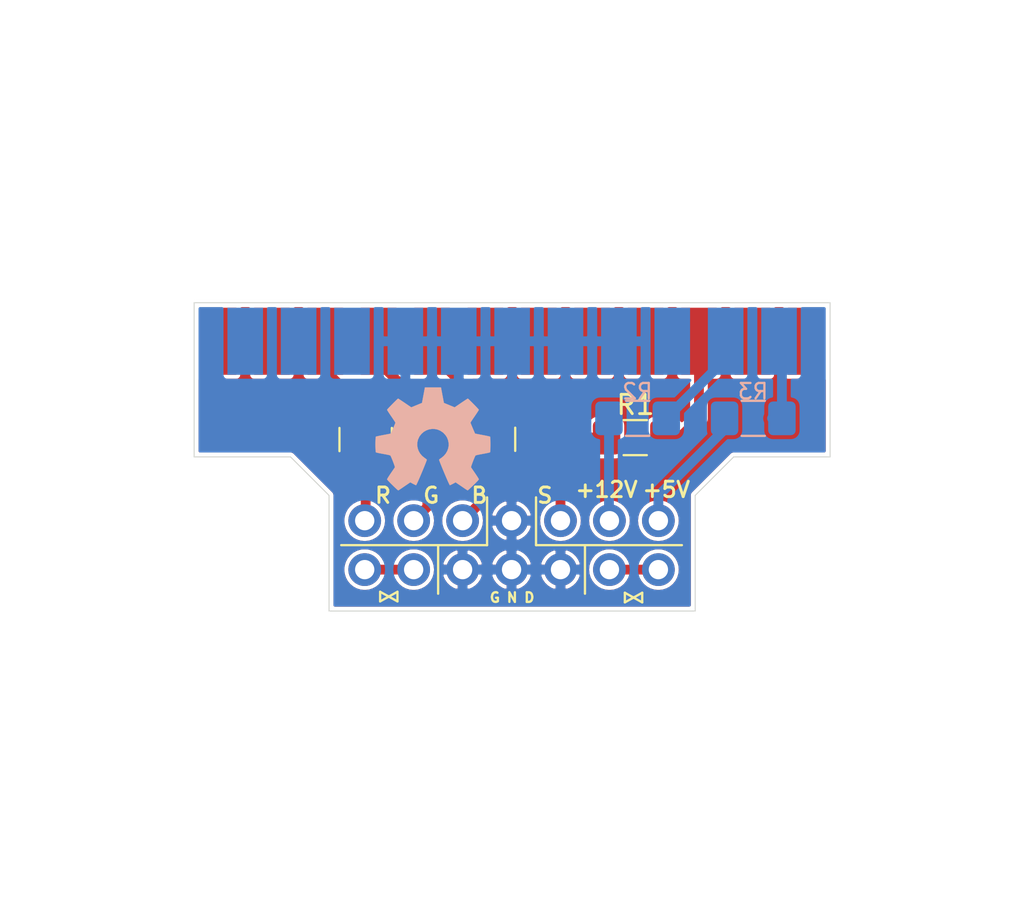
<source format=kicad_pcb>
(kicad_pcb (version 20171130) (host pcbnew "(5.1.2-1)-1")

  (general
    (thickness 1.2)
    (drawings 17)
    (tracks 34)
    (zones 0)
    (modules 9)
    (nets 28)
  )

  (page A4)
  (layers
    (0 F.Cu signal)
    (31 B.Cu signal)
    (32 B.Adhes user)
    (33 F.Adhes user)
    (34 B.Paste user)
    (35 F.Paste user)
    (36 B.SilkS user)
    (37 F.SilkS user)
    (38 B.Mask user)
    (39 F.Mask user)
    (40 Dwgs.User user)
    (41 Cmts.User user)
    (42 Eco1.User user)
    (43 Eco2.User user)
    (44 Edge.Cuts user)
    (45 Margin user)
    (46 B.CrtYd user)
    (47 F.CrtYd user)
    (48 B.Fab user)
    (49 F.Fab user)
  )

  (setup
    (last_trace_width 0.25)
    (user_trace_width 0.1524)
    (user_trace_width 0.1778)
    (user_trace_width 0.2032)
    (user_trace_width 0.2286)
    (user_trace_width 0.254)
    (user_trace_width 0.508)
    (trace_clearance 0.2)
    (zone_clearance 0.203)
    (zone_45_only no)
    (trace_min 0.1524)
    (via_size 0.8)
    (via_drill 0.4)
    (via_min_size 0.4)
    (via_min_drill 0.3)
    (uvia_size 0.3)
    (uvia_drill 0.1)
    (uvias_allowed no)
    (uvia_min_size 0.2)
    (uvia_min_drill 0.1)
    (edge_width 0.05)
    (segment_width 0.2)
    (pcb_text_width 0.3)
    (pcb_text_size 1.5 1.5)
    (mod_edge_width 0.12)
    (mod_text_size 1 1)
    (mod_text_width 0.15)
    (pad_size 1.7 1.7)
    (pad_drill 1)
    (pad_to_mask_clearance 0.051)
    (solder_mask_min_width 0.25)
    (aux_axis_origin 0 0)
    (grid_origin 90 50)
    (visible_elements FFFFFF7F)
    (pcbplotparams
      (layerselection 0x010fc_ffffffff)
      (usegerberextensions false)
      (usegerberattributes false)
      (usegerberadvancedattributes false)
      (creategerberjobfile false)
      (excludeedgelayer true)
      (linewidth 0.100000)
      (plotframeref false)
      (viasonmask false)
      (mode 1)
      (useauxorigin true)
      (hpglpennumber 1)
      (hpglpenspeed 20)
      (hpglpendiameter 15.000000)
      (psnegative false)
      (psa4output false)
      (plotreference true)
      (plotvalue true)
      (plotinvisibletext false)
      (padsonsilk false)
      (subtractmaskfromsilk false)
      (outputformat 1)
      (mirror false)
      (drillshape 0)
      (scaleselection 1)
      (outputdirectory "gerbers_and_drills/"))
  )

  (net 0 "")
  (net 1 "Net-(J1-Pad1)")
  (net 2 "Net-(J1-Pad2)")
  (net 3 RED)
  (net 4 GREEN)
  (net 5 BLUE)
  (net 6 "Net-(J1-Pad6)")
  (net 7 "Net-(J1-Pad7)")
  (net 8 "Net-(J1-Pad8)")
  (net 9 "Net-(J1-Pad9)")
  (net 10 "Net-(J1-Pad11)")
  (net 11 "Net-(J1-Pad12)")
  (net 12 "Net-(J1-Pad13)")
  (net 13 "Net-(J1-Pad14)")
  (net 14 "Net-(J1-Pad15)")
  (net 15 GND)
  (net 16 "Net-(J1-Pad21)")
  (net 17 "Net-(J2-Pad11)")
  (net 18 CSYNC)
  (net 19 +12V)
  (net 20 +5V)
  (net 21 "Net-(J2-Pad1)")
  (net 22 "Net-(C1-Pad1)")
  (net 23 "Net-(C2-Pad1)")
  (net 24 "Net-(C3-Pad1)")
  (net 25 "Net-(J1-Pad10)")
  (net 26 "Net-(J1-Pad22)")
  (net 27 "Net-(J1-Pad23)")

  (net_class Default "This is the default net class."
    (clearance 0.2)
    (trace_width 0.25)
    (via_dia 0.8)
    (via_drill 0.4)
    (uvia_dia 0.3)
    (uvia_drill 0.1)
    (add_net +12V)
    (add_net +5V)
    (add_net BLUE)
    (add_net CSYNC)
    (add_net GND)
    (add_net GREEN)
    (add_net "Net-(C1-Pad1)")
    (add_net "Net-(C2-Pad1)")
    (add_net "Net-(C3-Pad1)")
    (add_net "Net-(J1-Pad1)")
    (add_net "Net-(J1-Pad10)")
    (add_net "Net-(J1-Pad11)")
    (add_net "Net-(J1-Pad12)")
    (add_net "Net-(J1-Pad13)")
    (add_net "Net-(J1-Pad14)")
    (add_net "Net-(J1-Pad15)")
    (add_net "Net-(J1-Pad2)")
    (add_net "Net-(J1-Pad21)")
    (add_net "Net-(J1-Pad22)")
    (add_net "Net-(J1-Pad23)")
    (add_net "Net-(J1-Pad6)")
    (add_net "Net-(J1-Pad7)")
    (add_net "Net-(J1-Pad8)")
    (add_net "Net-(J1-Pad9)")
    (add_net "Net-(J2-Pad1)")
    (add_net "Net-(J2-Pad11)")
    (add_net RED)
  )

  (module Symbol:OSHW-Logo_7.5x8mm_SilkScreen (layer B.Cu) (tedit 5DD1C078) (tstamp 5DD1FB65)
    (at 102.4 58.4 180)
    (descr "Open Source Hardware Logo")
    (tags "Logo OSHW")
    (attr virtual)
    (fp_text reference REF** (at 0 0 180) (layer B.SilkS) hide
      (effects (font (size 1 1) (thickness 0.15)) (justify mirror))
    )
    (fp_text value OSHW-Logo_7.5x8mm_SilkScreen (at 0.75 0 180) (layer B.Fab) hide
      (effects (font (size 1 1) (thickness 0.15)) (justify mirror))
    )
    (fp_poly (pts (xy 0.500964 3.601424) (xy 0.576513 3.200678) (xy 1.134041 2.970846) (xy 1.468465 3.198252)
      (xy 1.562122 3.261569) (xy 1.646782 3.318104) (xy 1.718495 3.365273) (xy 1.773311 3.400498)
      (xy 1.80728 3.421195) (xy 1.81653 3.425658) (xy 1.833195 3.41418) (xy 1.868806 3.382449)
      (xy 1.919371 3.334517) (xy 1.9809 3.274438) (xy 2.049399 3.206267) (xy 2.120879 3.134055)
      (xy 2.191347 3.061858) (xy 2.256811 2.993727) (xy 2.31328 2.933717) (xy 2.356763 2.885881)
      (xy 2.383268 2.854273) (xy 2.389605 2.843695) (xy 2.380486 2.824194) (xy 2.35492 2.781469)
      (xy 2.315597 2.719702) (xy 2.265203 2.643069) (xy 2.206427 2.555752) (xy 2.172368 2.505948)
      (xy 2.110289 2.415007) (xy 2.055126 2.332941) (xy 2.009554 2.263837) (xy 1.97625 2.211778)
      (xy 1.95789 2.18085) (xy 1.955131 2.17435) (xy 1.961385 2.155879) (xy 1.978434 2.112828)
      (xy 2.003703 2.051251) (xy 2.034622 1.977201) (xy 2.068618 1.89673) (xy 2.103118 1.815893)
      (xy 2.135551 1.740742) (xy 2.163343 1.677329) (xy 2.183923 1.631707) (xy 2.194719 1.609931)
      (xy 2.195356 1.609074) (xy 2.212307 1.604916) (xy 2.257451 1.595639) (xy 2.32611 1.582156)
      (xy 2.413602 1.565379) (xy 2.51525 1.546219) (xy 2.574556 1.53517) (xy 2.683172 1.51449)
      (xy 2.781277 1.494811) (xy 2.863909 1.477211) (xy 2.926104 1.462767) (xy 2.962899 1.452554)
      (xy 2.970296 1.449314) (xy 2.97754 1.427383) (xy 2.983385 1.377853) (xy 2.987835 1.306515)
      (xy 2.990893 1.219161) (xy 2.992565 1.121583) (xy 2.992853 1.019574) (xy 2.991761 0.918925)
      (xy 2.989294 0.825428) (xy 2.985456 0.744875) (xy 2.98025 0.683058) (xy 2.973681 0.64577)
      (xy 2.969741 0.638007) (xy 2.946188 0.628702) (xy 2.896282 0.6154) (xy 2.826623 0.599663)
      (xy 2.743813 0.583054) (xy 2.714905 0.577681) (xy 2.575531 0.552152) (xy 2.465436 0.531592)
      (xy 2.380982 0.515185) (xy 2.31853 0.502113) (xy 2.274444 0.491559) (xy 2.245085 0.482706)
      (xy 2.226815 0.474737) (xy 2.215998 0.466835) (xy 2.214485 0.465273) (xy 2.199377 0.440114)
      (xy 2.176329 0.39115) (xy 2.147644 0.324379) (xy 2.115622 0.245795) (xy 2.082565 0.161393)
      (xy 2.050773 0.07717) (xy 2.022549 -0.000879) (xy 2.000193 -0.066759) (xy 1.986007 -0.114473)
      (xy 1.982293 -0.138027) (xy 1.982602 -0.138852) (xy 1.995189 -0.158104) (xy 2.023744 -0.200463)
      (xy 2.065267 -0.261521) (xy 2.116756 -0.336868) (xy 2.175211 -0.422096) (xy 2.191858 -0.446315)
      (xy 2.251215 -0.534123) (xy 2.303447 -0.614238) (xy 2.345708 -0.682062) (xy 2.375153 -0.732993)
      (xy 2.388937 -0.762431) (xy 2.389605 -0.766048) (xy 2.378024 -0.785057) (xy 2.346024 -0.822714)
      (xy 2.297718 -0.874973) (xy 2.23722 -0.937786) (xy 2.168644 -1.007106) (xy 2.096104 -1.078885)
      (xy 2.023712 -1.149077) (xy 1.955584 -1.213635) (xy 1.895832 -1.26851) (xy 1.848571 -1.309656)
      (xy 1.817913 -1.333026) (xy 1.809432 -1.336842) (xy 1.789691 -1.327855) (xy 1.749274 -1.303616)
      (xy 1.694763 -1.268209) (xy 1.652823 -1.239711) (xy 1.576829 -1.187418) (xy 1.486834 -1.125845)
      (xy 1.396564 -1.06437) (xy 1.348032 -1.031469) (xy 1.183762 -0.920359) (xy 1.045869 -0.994916)
      (xy 0.983049 -1.027578) (xy 0.929629 -1.052966) (xy 0.893484 -1.067446) (xy 0.884284 -1.06946)
      (xy 0.873221 -1.054584) (xy 0.851394 -1.012547) (xy 0.820434 -0.947227) (xy 0.78197 -0.8625)
      (xy 0.737632 -0.762245) (xy 0.689047 -0.650339) (xy 0.637846 -0.530659) (xy 0.585659 -0.407084)
      (xy 0.534113 -0.283491) (xy 0.48484 -0.163757) (xy 0.439467 -0.051759) (xy 0.399625 0.048623)
      (xy 0.366942 0.133514) (xy 0.343049 0.199035) (xy 0.329574 0.24131) (xy 0.327406 0.255828)
      (xy 0.344583 0.274347) (xy 0.38219 0.30441) (xy 0.432366 0.339768) (xy 0.436578 0.342566)
      (xy 0.566264 0.446375) (xy 0.670834 0.567485) (xy 0.749381 0.702024) (xy 0.800999 0.846118)
      (xy 0.824782 0.995895) (xy 0.819823 1.147483) (xy 0.785217 1.297008) (xy 0.720057 1.4406)
      (xy 0.700886 1.472016) (xy 0.601174 1.598875) (xy 0.483377 1.700745) (xy 0.351571 1.777096)
      (xy 0.209833 1.827398) (xy 0.062242 1.851121) (xy -0.087127 1.847735) (xy -0.234197 1.816712)
      (xy -0.374889 1.75752) (xy -0.505127 1.669631) (xy -0.545414 1.633958) (xy -0.647945 1.522294)
      (xy -0.722659 1.404743) (xy -0.77391 1.27298) (xy -0.802454 1.142493) (xy -0.8095 0.995784)
      (xy -0.786004 0.848347) (xy -0.734351 0.705166) (xy -0.656929 0.571223) (xy -0.556125 0.451502)
      (xy -0.434324 0.350986) (xy -0.418316 0.340391) (xy -0.367602 0.305694) (xy -0.32905 0.27563)
      (xy -0.310619 0.256435) (xy -0.310351 0.255828) (xy -0.314308 0.235064) (xy -0.329993 0.187938)
      (xy -0.355778 0.118327) (xy -0.390031 0.030107) (xy -0.431123 -0.072844) (xy -0.477424 -0.18665)
      (xy -0.527304 -0.307435) (xy -0.579133 -0.431321) (xy -0.631281 -0.554432) (xy -0.682118 -0.672891)
      (xy -0.730013 -0.782823) (xy -0.773338 -0.880349) (xy -0.810462 -0.961593) (xy -0.839756 -1.022679)
      (xy -0.859588 -1.05973) (xy -0.867574 -1.06946) (xy -0.891979 -1.061883) (xy -0.937642 -1.04156)
      (xy -0.99669 -1.012125) (xy -1.02916 -0.994916) (xy -1.167053 -0.920359) (xy -1.331323 -1.031469)
      (xy -1.415179 -1.08839) (xy -1.506987 -1.15103) (xy -1.59302 -1.210011) (xy -1.636113 -1.239711)
      (xy -1.696723 -1.28041) (xy -1.748045 -1.312663) (xy -1.783385 -1.332384) (xy -1.794863 -1.336554)
      (xy -1.81157 -1.325307) (xy -1.848546 -1.293911) (xy -1.902205 -1.245624) (xy -1.968962 -1.183708)
      (xy -2.045234 -1.111421) (xy -2.093473 -1.065008) (xy -2.177867 -0.982087) (xy -2.250803 -0.90792)
      (xy -2.309331 -0.84568) (xy -2.350503 -0.798541) (xy -2.371372 -0.769673) (xy -2.373374 -0.763815)
      (xy -2.364083 -0.741532) (xy -2.338409 -0.696477) (xy -2.2992 -0.633211) (xy -2.249303 -0.556295)
      (xy -2.191567 -0.470292) (xy -2.175149 -0.446315) (xy -2.115323 -0.35917) (xy -2.06165 -0.28071)
      (xy -2.01713 -0.215345) (xy -1.984765 -0.167484) (xy -1.967555 -0.141535) (xy -1.965893 -0.138852)
      (xy -1.968379 -0.118172) (xy -1.981577 -0.072704) (xy -2.003186 -0.008444) (xy -2.030904 0.068613)
      (xy -2.06243 0.152471) (xy -2.095463 0.237134) (xy -2.127701 0.316608) (xy -2.156843 0.384896)
      (xy -2.180588 0.436003) (xy -2.196635 0.463933) (xy -2.197775 0.465273) (xy -2.207588 0.473255)
      (xy -2.224161 0.481149) (xy -2.251132 0.489771) (xy -2.292139 0.499938) (xy -2.35082 0.512469)
      (xy -2.430813 0.528179) (xy -2.535755 0.547887) (xy -2.669285 0.572408) (xy -2.698196 0.577681)
      (xy -2.783882 0.594236) (xy -2.858582 0.610431) (xy -2.915694 0.624704) (xy -2.948617 0.635492)
      (xy -2.953031 0.638007) (xy -2.960306 0.660304) (xy -2.966219 0.710131) (xy -2.970766 0.781696)
      (xy -2.973945 0.869207) (xy -2.975749 0.966872) (xy -2.976177 1.068899) (xy -2.975223 1.169497)
      (xy -2.972884 1.262873) (xy -2.969156 1.343235) (xy -2.964034 1.404791) (xy -2.957516 1.44175)
      (xy -2.953586 1.449314) (xy -2.931708 1.456944) (xy -2.881891 1.469358) (xy -2.809097 1.485478)
      (xy -2.718289 1.504227) (xy -2.614431 1.524529) (xy -2.557846 1.53517) (xy -2.450486 1.55524)
      (xy -2.354746 1.57342) (xy -2.275306 1.588801) (xy -2.216846 1.600469) (xy -2.184045 1.607512)
      (xy -2.178646 1.609074) (xy -2.169522 1.626678) (xy -2.150235 1.669082) (xy -2.123355 1.730228)
      (xy -2.091454 1.804057) (xy -2.057102 1.884511) (xy -2.022871 1.965532) (xy -1.991331 2.041063)
      (xy -1.965054 2.105045) (xy -1.946611 2.15142) (xy -1.938571 2.174131) (xy -1.938422 2.175124)
      (xy -1.947535 2.193039) (xy -1.973086 2.234267) (xy -2.012388 2.294709) (xy -2.062757 2.370269)
      (xy -2.121506 2.456848) (xy -2.155658 2.506579) (xy -2.21789 2.597764) (xy -2.273164 2.680551)
      (xy -2.318782 2.750751) (xy -2.352048 2.804176) (xy -2.370264 2.836639) (xy -2.372895 2.843917)
      (xy -2.361586 2.860855) (xy -2.330319 2.897022) (xy -2.28309 2.948365) (xy -2.223892 3.010833)
      (xy -2.156719 3.080374) (xy -2.085566 3.152935) (xy -2.014426 3.224465) (xy -1.947293 3.290913)
      (xy -1.888161 3.348226) (xy -1.841025 3.392353) (xy -1.809877 3.419241) (xy -1.799457 3.425658)
      (xy -1.782491 3.416635) (xy -1.741911 3.391285) (xy -1.681663 3.35219) (xy -1.605693 3.301929)
      (xy -1.517946 3.243083) (xy -1.451756 3.198252) (xy -1.117332 2.970846) (xy -0.838567 3.085762)
      (xy -0.559803 3.200678) (xy -0.484254 3.601424) (xy -0.408706 4.002171) (xy 0.425415 4.002171)
      (xy 0.500964 3.601424)) (layer B.SilkS) (width 0.01))
  )

  (module Resistor_SMD:R_1206_3216Metric_Pad1.42x1.75mm_HandSolder (layer B.Cu) (tedit 5B301BBD) (tstamp 5DD1DABF)
    (at 119.0125 56 180)
    (descr "Resistor SMD 1206 (3216 Metric), square (rectangular) end terminal, IPC_7351 nominal with elongated pad for handsoldering. (Body size source: http://www.tortai-tech.com/upload/download/2011102023233369053.pdf), generated with kicad-footprint-generator")
    (tags "resistor handsolder")
    (path /5DD6CE62)
    (attr smd)
    (fp_text reference R3 (at 0.0125 1.4) (layer B.SilkS)
      (effects (font (size 0.8 0.8) (thickness 0.12)) (justify mirror))
    )
    (fp_text value R110 (at 0 -1.82) (layer B.Fab) hide
      (effects (font (size 1 1) (thickness 0.15)) (justify mirror))
    )
    (fp_text user %R (at 0 0) (layer B.Fab)
      (effects (font (size 0.8 0.8) (thickness 0.12)) (justify mirror))
    )
    (fp_line (start 2.45 -1.12) (end -2.45 -1.12) (layer B.CrtYd) (width 0.05))
    (fp_line (start 2.45 1.12) (end 2.45 -1.12) (layer B.CrtYd) (width 0.05))
    (fp_line (start -2.45 1.12) (end 2.45 1.12) (layer B.CrtYd) (width 0.05))
    (fp_line (start -2.45 -1.12) (end -2.45 1.12) (layer B.CrtYd) (width 0.05))
    (fp_line (start -0.602064 -0.91) (end 0.602064 -0.91) (layer B.SilkS) (width 0.12))
    (fp_line (start -0.602064 0.91) (end 0.602064 0.91) (layer B.SilkS) (width 0.12))
    (fp_line (start 1.6 -0.8) (end -1.6 -0.8) (layer B.Fab) (width 0.1))
    (fp_line (start 1.6 0.8) (end 1.6 -0.8) (layer B.Fab) (width 0.1))
    (fp_line (start -1.6 0.8) (end 1.6 0.8) (layer B.Fab) (width 0.1))
    (fp_line (start -1.6 -0.8) (end -1.6 0.8) (layer B.Fab) (width 0.1))
    (pad 2 smd roundrect (at 1.4875 0 180) (size 1.425 1.75) (layers B.Cu B.Paste B.Mask) (roundrect_rratio 0.175439)
      (net 20 +5V))
    (pad 1 smd roundrect (at -1.4875 0 180) (size 1.425 1.75) (layers B.Cu B.Paste B.Mask) (roundrect_rratio 0.175439)
      (net 27 "Net-(J1-Pad23)"))
    (model ${KISYS3DMOD}/Resistor_SMD.3dshapes/R_1206_3216Metric.wrl
      (at (xyz 0 0 0))
      (scale (xyz 1 1 1))
      (rotate (xyz 0 0 0))
    )
  )

  (module Resistor_SMD:R_1206_3216Metric_Pad1.42x1.75mm_HandSolder (layer B.Cu) (tedit 5B301BBD) (tstamp 5DD18BEC)
    (at 113.0125 56 180)
    (descr "Resistor SMD 1206 (3216 Metric), square (rectangular) end terminal, IPC_7351 nominal with elongated pad for handsoldering. (Body size source: http://www.tortai-tech.com/upload/download/2011102023233369053.pdf), generated with kicad-footprint-generator")
    (tags "resistor handsolder")
    (path /5DD6AC71)
    (attr smd)
    (fp_text reference R2 (at 0.0125 1.4) (layer B.SilkS)
      (effects (font (size 0.8 0.8) (thickness 0.12)) (justify mirror))
    )
    (fp_text value R (at 0 -1.82) (layer B.Fab) hide
      (effects (font (size 1 1) (thickness 0.15)) (justify mirror))
    )
    (fp_text user %R (at 0 0) (layer B.Fab)
      (effects (font (size 0.8 0.8) (thickness 0.12)) (justify mirror))
    )
    (fp_line (start 2.45 -1.12) (end -2.45 -1.12) (layer B.CrtYd) (width 0.05))
    (fp_line (start 2.45 1.12) (end 2.45 -1.12) (layer B.CrtYd) (width 0.05))
    (fp_line (start -2.45 1.12) (end 2.45 1.12) (layer B.CrtYd) (width 0.05))
    (fp_line (start -2.45 -1.12) (end -2.45 1.12) (layer B.CrtYd) (width 0.05))
    (fp_line (start -0.602064 -0.91) (end 0.602064 -0.91) (layer B.SilkS) (width 0.12))
    (fp_line (start -0.602064 0.91) (end 0.602064 0.91) (layer B.SilkS) (width 0.12))
    (fp_line (start 1.6 -0.8) (end -1.6 -0.8) (layer B.Fab) (width 0.1))
    (fp_line (start 1.6 0.8) (end 1.6 -0.8) (layer B.Fab) (width 0.1))
    (fp_line (start -1.6 0.8) (end 1.6 0.8) (layer B.Fab) (width 0.1))
    (fp_line (start -1.6 -0.8) (end -1.6 0.8) (layer B.Fab) (width 0.1))
    (pad 2 smd roundrect (at 1.4875 0 180) (size 1.425 1.75) (layers B.Cu B.Paste B.Mask) (roundrect_rratio 0.175439)
      (net 19 +12V))
    (pad 1 smd roundrect (at -1.4875 0 180) (size 1.425 1.75) (layers B.Cu B.Paste B.Mask) (roundrect_rratio 0.175439)
      (net 26 "Net-(J1-Pad22)"))
    (model ${KISYS3DMOD}/Resistor_SMD.3dshapes/R_1206_3216Metric.wrl
      (at (xyz 0 0 0))
      (scale (xyz 1 1 1))
      (rotate (xyz 0 0 0))
    )
  )

  (module Resistor_SMD:R_1206_3216Metric_Pad1.42x1.75mm_HandSolder (layer F.Cu) (tedit 5B301BBD) (tstamp 5DD1742B)
    (at 112.8875 57 180)
    (descr "Resistor SMD 1206 (3216 Metric), square (rectangular) end terminal, IPC_7351 nominal with elongated pad for handsoldering. (Body size source: http://www.tortai-tech.com/upload/download/2011102023233369053.pdf), generated with kicad-footprint-generator")
    (tags "resistor handsolder")
    (path /5DD5FE14)
    (attr smd)
    (fp_text reference R1 (at -0.0125 1.7) (layer F.SilkS)
      (effects (font (size 1 1) (thickness 0.15)))
    )
    (fp_text value R330 (at 0 1.82) (layer F.Fab)
      (effects (font (size 1 1) (thickness 0.15)))
    )
    (fp_text user %R (at 0 0) (layer F.Fab)
      (effects (font (size 0.8 0.8) (thickness 0.12)))
    )
    (fp_line (start 2.45 1.12) (end -2.45 1.12) (layer F.CrtYd) (width 0.05))
    (fp_line (start 2.45 -1.12) (end 2.45 1.12) (layer F.CrtYd) (width 0.05))
    (fp_line (start -2.45 -1.12) (end 2.45 -1.12) (layer F.CrtYd) (width 0.05))
    (fp_line (start -2.45 1.12) (end -2.45 -1.12) (layer F.CrtYd) (width 0.05))
    (fp_line (start -0.602064 0.91) (end 0.602064 0.91) (layer F.SilkS) (width 0.12))
    (fp_line (start -0.602064 -0.91) (end 0.602064 -0.91) (layer F.SilkS) (width 0.12))
    (fp_line (start 1.6 0.8) (end -1.6 0.8) (layer F.Fab) (width 0.1))
    (fp_line (start 1.6 -0.8) (end 1.6 0.8) (layer F.Fab) (width 0.1))
    (fp_line (start -1.6 -0.8) (end 1.6 -0.8) (layer F.Fab) (width 0.1))
    (fp_line (start -1.6 0.8) (end -1.6 -0.8) (layer F.Fab) (width 0.1))
    (pad 2 smd roundrect (at 1.4875 0 180) (size 1.425 1.75) (layers F.Cu F.Paste F.Mask) (roundrect_rratio 0.175439)
      (net 18 CSYNC))
    (pad 1 smd roundrect (at -1.4875 0 180) (size 1.425 1.75) (layers F.Cu F.Paste F.Mask) (roundrect_rratio 0.175439)
      (net 25 "Net-(J1-Pad10)"))
    (model ${KISYS3DMOD}/Resistor_SMD.3dshapes/R_1206_3216Metric.wrl
      (at (xyz 0 0 0))
      (scale (xyz 1 1 1))
      (rotate (xyz 0 0 0))
    )
  )

  (module Connector_PinHeader_2.54mm:PinHeader_2x07_P2.54mm_Vertical (layer F.Cu) (tedit 5DD16A1C) (tstamp 5DD1AAF1)
    (at 106.5 62.6)
    (descr "Through hole straight pin header, 2x07, 2.54mm pitch, double rows")
    (tags "Through hole pin header THT 2x07 2.54mm double row")
    (path /5DD416F7)
    (fp_text reference J2 (at -9.98 -0.02 90) (layer F.SilkS) hide
      (effects (font (size 1 1) (thickness 0.15)))
    )
    (fp_text value Conn_02x07_Counter_Clockwise (at 1.27 17.57) (layer F.Fab)
      (effects (font (size 1 1) (thickness 0.15)))
    )
    (fp_text user %R (at -0.03 -0.02) (layer F.Fab)
      (effects (font (size 1 1) (thickness 0.15)))
    )
    (fp_line (start -9.45 -3.1) (end -9.45 3.05) (layer F.CrtYd) (width 0.05))
    (fp_line (start 9.4 -3.1) (end -9.45 -3.1) (layer F.CrtYd) (width 0.05))
    (fp_line (start 9.4 3.05) (end 9.4 -3.1) (layer F.CrtYd) (width 0.05))
    (fp_line (start -9.45 3.05) (end 9.4 3.05) (layer F.CrtYd) (width 0.05))
    (fp_line (start -1.3 -0.02) (end -8.87 -0.02) (layer F.SilkS) (width 0.12))
    (fp_line (start 8.86 2.52) (end -8.92 2.52) (layer F.Fab) (width 0.1))
    (fp_line (start 8.86 -2.56) (end 8.86 2.52) (layer F.Fab) (width 0.1))
    (fp_line (start -8.92 -2.56) (end 8.86 -2.56) (layer F.Fab) (width 0.1))
    (fp_line (start -8.92 2.52) (end -8.92 -2.56) (layer F.Fab) (width 0.1))
    (fp_line (start -3.84 2.5) (end -3.84 -0.02) (layer F.SilkS) (width 0.12))
    (fp_line (start 8.81 -0.02) (end 1.24 -0.02) (layer F.SilkS) (width 0.12))
    (fp_line (start -1.3 -0.02) (end -1.3 -2.5) (layer F.SilkS) (width 0.12))
    (fp_line (start 3.78 2.5) (end 3.78 -0.02) (layer F.SilkS) (width 0.12))
    (fp_line (start 1.24 -0.02) (end 1.24 -2.5) (layer F.SilkS) (width 0.12))
    (fp_line (start 5.85 2.45) (end 5.85 2.95) (layer F.SilkS) (width 0.12))
    (fp_line (start 5.85 2.95) (end 6.75 2.45) (layer F.SilkS) (width 0.12))
    (fp_line (start 6.75 2.45) (end 6.75 2.95) (layer F.SilkS) (width 0.12))
    (fp_line (start 6.75 2.95) (end 5.85 2.45) (layer F.SilkS) (width 0.12))
    (fp_line (start -5.95 2.9) (end -6.85 2.4) (layer F.SilkS) (width 0.12))
    (fp_line (start -5.95 2.4) (end -5.95 2.9) (layer F.SilkS) (width 0.12))
    (fp_line (start -6.85 2.9) (end -5.95 2.4) (layer F.SilkS) (width 0.12))
    (fp_line (start -6.85 2.4) (end -6.85 2.9) (layer F.SilkS) (width 0.12))
    (pad 14 thru_hole oval (at 7.59 -1.29 90) (size 1.7 1.7) (drill 1) (layers *.Cu *.Mask)
      (net 20 +5V))
    (pad 13 thru_hole oval (at 7.59 1.25 90) (size 1.7 1.7) (drill 1) (layers *.Cu *.Mask)
      (net 17 "Net-(J2-Pad11)"))
    (pad 12 thru_hole oval (at 5.05 -1.29 90) (size 1.7 1.7) (drill 1) (layers *.Cu *.Mask)
      (net 19 +12V))
    (pad 11 thru_hole oval (at 5.05 1.25 90) (size 1.7 1.7) (drill 1) (layers *.Cu *.Mask)
      (net 17 "Net-(J2-Pad11)"))
    (pad 10 thru_hole oval (at 2.51 -1.29 90) (size 1.7 1.7) (drill 1) (layers *.Cu *.Mask)
      (net 18 CSYNC))
    (pad 9 thru_hole oval (at 2.51 1.25 90) (size 1.7 1.7) (drill 1) (layers *.Cu *.Mask)
      (net 15 GND))
    (pad 8 thru_hole oval (at -0.03 -1.29 90) (size 1.7 1.7) (drill 1) (layers *.Cu *.Mask)
      (net 15 GND))
    (pad 7 thru_hole oval (at -0.03 1.25 90) (size 1.7 1.7) (drill 1) (layers *.Cu *.Mask)
      (net 15 GND))
    (pad 6 thru_hole oval (at -2.57 -1.29 90) (size 1.7 1.7) (drill 1) (layers *.Cu *.Mask)
      (net 5 BLUE))
    (pad 5 thru_hole oval (at -2.57 1.25 90) (size 1.7 1.7) (drill 1) (layers *.Cu *.Mask)
      (net 15 GND))
    (pad 4 thru_hole oval (at -5.11 -1.29 90) (size 1.7 1.7) (drill 1) (layers *.Cu *.Mask)
      (net 4 GREEN))
    (pad 3 thru_hole oval (at -5.11 1.25 90) (size 1.7 1.7) (drill 1) (layers *.Cu *.Mask)
      (net 21 "Net-(J2-Pad1)"))
    (pad 2 thru_hole oval (at -7.65 -1.29 90) (size 1.7 1.7) (drill 1) (layers *.Cu *.Mask)
      (net 3 RED))
    (pad 1 thru_hole oval (at -7.65 1.25 90) (size 1.7 1.7) (drill 1) (layers *.Cu *.Mask)
      (net 21 "Net-(J2-Pad1)"))
  )

  (module Capacitor_SMD:C_1210_3225Metric_Pad1.42x2.65mm_HandSolder (layer F.Cu) (tedit 5B301BBE) (tstamp 5DD16110)
    (at 102.1 57.1 270)
    (descr "Capacitor SMD 1210 (3225 Metric), square (rectangular) end terminal, IPC_7351 nominal with elongated pad for handsoldering. (Body size source: http://www.tortai-tech.com/upload/download/2011102023233369053.pdf), generated with kicad-footprint-generator")
    (tags "capacitor handsolder")
    (path /5DD5C325)
    (attr smd)
    (fp_text reference C2 (at 0 -2.28 90) (layer F.SilkS) hide
      (effects (font (size 1 1) (thickness 0.15)))
    )
    (fp_text value C_Small (at 0 2.28 90) (layer F.Fab)
      (effects (font (size 1 1) (thickness 0.15)))
    )
    (fp_text user %R (at 0 0 90) (layer F.Fab)
      (effects (font (size 0.8 0.8) (thickness 0.12)))
    )
    (fp_line (start 2.45 1.58) (end -2.45 1.58) (layer F.CrtYd) (width 0.05))
    (fp_line (start 2.45 -1.58) (end 2.45 1.58) (layer F.CrtYd) (width 0.05))
    (fp_line (start -2.45 -1.58) (end 2.45 -1.58) (layer F.CrtYd) (width 0.05))
    (fp_line (start -2.45 1.58) (end -2.45 -1.58) (layer F.CrtYd) (width 0.05))
    (fp_line (start -0.602064 1.36) (end 0.602064 1.36) (layer F.SilkS) (width 0.12))
    (fp_line (start -0.602064 -1.36) (end 0.602064 -1.36) (layer F.SilkS) (width 0.12))
    (fp_line (start 1.6 1.25) (end -1.6 1.25) (layer F.Fab) (width 0.1))
    (fp_line (start 1.6 -1.25) (end 1.6 1.25) (layer F.Fab) (width 0.1))
    (fp_line (start -1.6 -1.25) (end 1.6 -1.25) (layer F.Fab) (width 0.1))
    (fp_line (start -1.6 1.25) (end -1.6 -1.25) (layer F.Fab) (width 0.1))
    (pad 2 smd roundrect (at 1.4875 0 270) (size 1.425 2.65) (layers F.Cu F.Paste F.Mask) (roundrect_rratio 0.175439)
      (net 4 GREEN))
    (pad 1 smd roundrect (at -1.4875 0 270) (size 1.425 2.65) (layers F.Cu F.Paste F.Mask) (roundrect_rratio 0.175439)
      (net 23 "Net-(C2-Pad1)"))
    (model ${KISYS3DMOD}/Capacitor_SMD.3dshapes/C_1210_3225Metric.wrl
      (at (xyz 0 0 0))
      (scale (xyz 1 1 1))
      (rotate (xyz 0 0 0))
    )
  )

  (module Capacitor_SMD:C_1210_3225Metric_Pad1.42x2.65mm_HandSolder (layer F.Cu) (tedit 5B301BBE) (tstamp 5DD1622E)
    (at 98.9 57.1 270)
    (descr "Capacitor SMD 1210 (3225 Metric), square (rectangular) end terminal, IPC_7351 nominal with elongated pad for handsoldering. (Body size source: http://www.tortai-tech.com/upload/download/2011102023233369053.pdf), generated with kicad-footprint-generator")
    (tags "capacitor handsolder")
    (path /5DD54CEF)
    (attr smd)
    (fp_text reference C1 (at 0 -2.28 90) (layer F.SilkS) hide
      (effects (font (size 1 1) (thickness 0.15)))
    )
    (fp_text value C_Small (at 0 2.28 90) (layer F.Fab)
      (effects (font (size 1 1) (thickness 0.15)))
    )
    (fp_text user %R (at 0 0 90) (layer F.Fab)
      (effects (font (size 0.8 0.8) (thickness 0.12)))
    )
    (fp_line (start 2.45 1.58) (end -2.45 1.58) (layer F.CrtYd) (width 0.05))
    (fp_line (start 2.45 -1.58) (end 2.45 1.58) (layer F.CrtYd) (width 0.05))
    (fp_line (start -2.45 -1.58) (end 2.45 -1.58) (layer F.CrtYd) (width 0.05))
    (fp_line (start -2.45 1.58) (end -2.45 -1.58) (layer F.CrtYd) (width 0.05))
    (fp_line (start -0.602064 1.36) (end 0.602064 1.36) (layer F.SilkS) (width 0.12))
    (fp_line (start -0.602064 -1.36) (end 0.602064 -1.36) (layer F.SilkS) (width 0.12))
    (fp_line (start 1.6 1.25) (end -1.6 1.25) (layer F.Fab) (width 0.1))
    (fp_line (start 1.6 -1.25) (end 1.6 1.25) (layer F.Fab) (width 0.1))
    (fp_line (start -1.6 -1.25) (end 1.6 -1.25) (layer F.Fab) (width 0.1))
    (fp_line (start -1.6 1.25) (end -1.6 -1.25) (layer F.Fab) (width 0.1))
    (pad 2 smd roundrect (at 1.4875 0 270) (size 1.425 2.65) (layers F.Cu F.Paste F.Mask) (roundrect_rratio 0.175439)
      (net 3 RED))
    (pad 1 smd roundrect (at -1.4875 0 270) (size 1.425 2.65) (layers F.Cu F.Paste F.Mask) (roundrect_rratio 0.175439)
      (net 22 "Net-(C1-Pad1)"))
    (model ${KISYS3DMOD}/Capacitor_SMD.3dshapes/C_1210_3225Metric.wrl
      (at (xyz 0 0 0))
      (scale (xyz 1 1 1))
      (rotate (xyz 0 0 0))
    )
  )

  (module Capacitor_SMD:C_1210_3225Metric_Pad1.42x2.65mm_HandSolder (layer F.Cu) (tedit 5B301BBE) (tstamp 5DD17B6D)
    (at 105.3 57.0875 270)
    (descr "Capacitor SMD 1210 (3225 Metric), square (rectangular) end terminal, IPC_7351 nominal with elongated pad for handsoldering. (Body size source: http://www.tortai-tech.com/upload/download/2011102023233369053.pdf), generated with kicad-footprint-generator")
    (tags "capacitor handsolder")
    (path /5DD5D65D)
    (attr smd)
    (fp_text reference C3 (at 0 -2.28 90) (layer F.SilkS) hide
      (effects (font (size 1 1) (thickness 0.15)))
    )
    (fp_text value C_Small (at 0 2.28 90) (layer F.Fab)
      (effects (font (size 1 1) (thickness 0.15)))
    )
    (fp_text user %R (at 0 0 90) (layer F.Fab)
      (effects (font (size 0.8 0.8) (thickness 0.12)))
    )
    (fp_line (start 2.45 1.58) (end -2.45 1.58) (layer F.CrtYd) (width 0.05))
    (fp_line (start 2.45 -1.58) (end 2.45 1.58) (layer F.CrtYd) (width 0.05))
    (fp_line (start -2.45 -1.58) (end 2.45 -1.58) (layer F.CrtYd) (width 0.05))
    (fp_line (start -2.45 1.58) (end -2.45 -1.58) (layer F.CrtYd) (width 0.05))
    (fp_line (start -0.602064 1.36) (end 0.602064 1.36) (layer F.SilkS) (width 0.12))
    (fp_line (start -0.602064 -1.36) (end 0.602064 -1.36) (layer F.SilkS) (width 0.12))
    (fp_line (start 1.6 1.25) (end -1.6 1.25) (layer F.Fab) (width 0.1))
    (fp_line (start 1.6 -1.25) (end 1.6 1.25) (layer F.Fab) (width 0.1))
    (fp_line (start -1.6 -1.25) (end 1.6 -1.25) (layer F.Fab) (width 0.1))
    (fp_line (start -1.6 1.25) (end -1.6 -1.25) (layer F.Fab) (width 0.1))
    (pad 2 smd roundrect (at 1.4875 0 270) (size 1.425 2.65) (layers F.Cu F.Paste F.Mask) (roundrect_rratio 0.175439)
      (net 5 BLUE))
    (pad 1 smd roundrect (at -1.4875 0 270) (size 1.425 2.65) (layers F.Cu F.Paste F.Mask) (roundrect_rratio 0.175439)
      (net 24 "Net-(C3-Pad1)"))
    (model ${KISYS3DMOD}/Capacitor_SMD.3dshapes/C_1210_3225Metric.wrl
      (at (xyz 0 0 0))
      (scale (xyz 1 1 1))
      (rotate (xyz 0 0 0))
    )
  )

  (module Connector_Dsub:DSUB-23_Female_EdgeMount_P2.77mm (layer F.Cu) (tedit 5DD08D0D) (tstamp 5DD0EE6C)
    (at 106.5 52 180)
    (descr "25-pin D-Sub connector, solder-cups edge-mounted, female, x-pin-pitch 2.77mm, distance of mounting holes 47.1mm, see https://disti-assets.s3.amazonaws.com/tonar/files/datasheets/16730.pdf")
    (tags "25-pin D-Sub connector edge mount solder cup female x-pin-pitch 2.77mm mounting holes distance 47.1mm")
    (path /5DD24994)
    (attr smd)
    (fp_text reference J1 (at -19.158333 0 180) (layer F.SilkS) hide
      (effects (font (size 1 1) (thickness 0.15)))
    )
    (fp_text value DB23_Female (at 0 16.86 180) (layer F.Fab)
      (effects (font (size 1 1) (thickness 0.15)))
    )
    (fp_line (start 14.635 -0.91) (end 14.635 1.99) (layer F.Fab) (width 0.1))
    (fp_line (start 14.635 1.99) (end 15.835 1.99) (layer F.Fab) (width 0.1))
    (fp_line (start 15.835 1.99) (end 15.835 -0.91) (layer F.Fab) (width 0.1))
    (fp_line (start 15.835 -0.91) (end 14.635 -0.91) (layer F.Fab) (width 0.1))
    (fp_line (start 11.865 -0.91) (end 11.865 1.99) (layer F.Fab) (width 0.1))
    (fp_line (start 11.865 1.99) (end 13.065 1.99) (layer F.Fab) (width 0.1))
    (fp_line (start 13.065 1.99) (end 13.065 -0.91) (layer F.Fab) (width 0.1))
    (fp_line (start 13.065 -0.91) (end 11.865 -0.91) (layer F.Fab) (width 0.1))
    (fp_line (start 9.095 -0.91) (end 9.095 1.99) (layer F.Fab) (width 0.1))
    (fp_line (start 9.095 1.99) (end 10.295 1.99) (layer F.Fab) (width 0.1))
    (fp_line (start 10.295 1.99) (end 10.295 -0.91) (layer F.Fab) (width 0.1))
    (fp_line (start 10.295 -0.91) (end 9.095 -0.91) (layer F.Fab) (width 0.1))
    (fp_line (start 6.325 -0.91) (end 6.325 1.99) (layer F.Fab) (width 0.1))
    (fp_line (start 6.325 1.99) (end 7.525 1.99) (layer F.Fab) (width 0.1))
    (fp_line (start 7.525 1.99) (end 7.525 -0.91) (layer F.Fab) (width 0.1))
    (fp_line (start 7.525 -0.91) (end 6.325 -0.91) (layer F.Fab) (width 0.1))
    (fp_line (start 3.555 -0.91) (end 3.555 1.99) (layer F.Fab) (width 0.1))
    (fp_line (start 3.555 1.99) (end 4.755 1.99) (layer F.Fab) (width 0.1))
    (fp_line (start 4.755 1.99) (end 4.755 -0.91) (layer F.Fab) (width 0.1))
    (fp_line (start 4.755 -0.91) (end 3.555 -0.91) (layer F.Fab) (width 0.1))
    (fp_line (start 0.785 -0.91) (end 0.785 1.99) (layer F.Fab) (width 0.1))
    (fp_line (start 0.785 1.99) (end 1.985 1.99) (layer F.Fab) (width 0.1))
    (fp_line (start 1.985 1.99) (end 1.985 -0.91) (layer F.Fab) (width 0.1))
    (fp_line (start 1.985 -0.91) (end 0.785 -0.91) (layer F.Fab) (width 0.1))
    (fp_line (start -0.6 1.99) (end 0.6 1.99) (layer F.Fab) (width 0.1))
    (fp_line (start -1.985 -0.91) (end -1.985 1.99) (layer F.Fab) (width 0.1))
    (fp_line (start -1.985 1.99) (end -0.785 1.99) (layer F.Fab) (width 0.1))
    (fp_line (start -0.785 1.99) (end -0.785 -0.91) (layer F.Fab) (width 0.1))
    (fp_line (start -0.785 -0.91) (end -1.985 -0.91) (layer F.Fab) (width 0.1))
    (fp_line (start -4.755 -0.91) (end -4.755 1.99) (layer F.Fab) (width 0.1))
    (fp_line (start -4.755 1.99) (end -3.555 1.99) (layer F.Fab) (width 0.1))
    (fp_line (start -3.555 1.99) (end -3.555 -0.91) (layer F.Fab) (width 0.1))
    (fp_line (start -3.555 -0.91) (end -4.755 -0.91) (layer F.Fab) (width 0.1))
    (fp_line (start -7.525 -0.91) (end -7.525 1.99) (layer F.Fab) (width 0.1))
    (fp_line (start -7.525 1.99) (end -6.325 1.99) (layer F.Fab) (width 0.1))
    (fp_line (start -6.325 1.99) (end -6.325 -0.91) (layer F.Fab) (width 0.1))
    (fp_line (start -6.325 -0.91) (end -7.525 -0.91) (layer F.Fab) (width 0.1))
    (fp_line (start -10.295 -0.91) (end -10.295 1.99) (layer F.Fab) (width 0.1))
    (fp_line (start -10.295 1.99) (end -9.095 1.99) (layer F.Fab) (width 0.1))
    (fp_line (start -9.095 1.99) (end -9.095 -0.91) (layer F.Fab) (width 0.1))
    (fp_line (start -9.095 -0.91) (end -10.295 -0.91) (layer F.Fab) (width 0.1))
    (fp_line (start -13.065 -0.91) (end -13.065 1.99) (layer F.Fab) (width 0.1))
    (fp_line (start -13.065 1.99) (end -11.865 1.99) (layer F.Fab) (width 0.1))
    (fp_line (start -11.865 1.99) (end -11.865 -0.91) (layer F.Fab) (width 0.1))
    (fp_line (start -11.865 -0.91) (end -13.065 -0.91) (layer F.Fab) (width 0.1))
    (fp_line (start -15.835 -0.91) (end -15.835 1.99) (layer F.Fab) (width 0.1))
    (fp_line (start -15.835 1.99) (end -14.635 1.99) (layer F.Fab) (width 0.1))
    (fp_line (start -14.635 1.99) (end -14.635 -0.91) (layer F.Fab) (width 0.1))
    (fp_line (start -14.635 -0.91) (end -15.835 -0.91) (layer F.Fab) (width 0.1))
    (fp_line (start 13.25 -0.91) (end 13.25 1.99) (layer B.Fab) (width 0.1))
    (fp_line (start 13.25 1.99) (end 14.45 1.99) (layer B.Fab) (width 0.1))
    (fp_line (start 14.45 1.99) (end 14.45 -0.91) (layer B.Fab) (width 0.1))
    (fp_line (start 14.45 -0.91) (end 13.25 -0.91) (layer B.Fab) (width 0.1))
    (fp_line (start 10.48 -0.91) (end 10.48 1.99) (layer B.Fab) (width 0.1))
    (fp_line (start 10.48 1.99) (end 11.68 1.99) (layer B.Fab) (width 0.1))
    (fp_line (start 11.68 1.99) (end 11.68 -0.91) (layer B.Fab) (width 0.1))
    (fp_line (start 11.68 -0.91) (end 10.48 -0.91) (layer B.Fab) (width 0.1))
    (fp_line (start 7.71 -0.91) (end 7.71 1.99) (layer B.Fab) (width 0.1))
    (fp_line (start 7.71 1.99) (end 8.91 1.99) (layer B.Fab) (width 0.1))
    (fp_line (start 8.91 1.99) (end 8.91 -0.91) (layer B.Fab) (width 0.1))
    (fp_line (start 8.91 -0.91) (end 7.71 -0.91) (layer B.Fab) (width 0.1))
    (fp_line (start 4.94 -0.91) (end 4.94 1.99) (layer B.Fab) (width 0.1))
    (fp_line (start 4.94 1.99) (end 6.14 1.99) (layer B.Fab) (width 0.1))
    (fp_line (start 6.14 1.99) (end 6.14 -0.91) (layer B.Fab) (width 0.1))
    (fp_line (start 6.14 -0.91) (end 4.94 -0.91) (layer B.Fab) (width 0.1))
    (fp_line (start 2.17 -0.91) (end 2.17 1.99) (layer B.Fab) (width 0.1))
    (fp_line (start 2.17 1.99) (end 3.37 1.99) (layer B.Fab) (width 0.1))
    (fp_line (start 3.37 1.99) (end 3.37 -0.91) (layer B.Fab) (width 0.1))
    (fp_line (start 3.37 -0.91) (end 2.17 -0.91) (layer B.Fab) (width 0.1))
    (fp_line (start -0.6 -0.91) (end -0.6 1.99) (layer B.Fab) (width 0.1))
    (fp_line (start -0.6 1.99) (end 0.6 1.99) (layer B.Fab) (width 0.1))
    (fp_line (start 0.6 1.99) (end 0.6 -0.91) (layer B.Fab) (width 0.1))
    (fp_line (start 0.6 -0.91) (end -0.6 -0.91) (layer B.Fab) (width 0.1))
    (fp_line (start -3.37 -0.91) (end -3.37 1.99) (layer B.Fab) (width 0.1))
    (fp_line (start -3.37 1.99) (end -2.17 1.99) (layer B.Fab) (width 0.1))
    (fp_line (start -2.17 1.99) (end -2.17 -0.91) (layer B.Fab) (width 0.1))
    (fp_line (start -2.17 -0.91) (end -3.37 -0.91) (layer B.Fab) (width 0.1))
    (fp_line (start -6.14 -0.91) (end -6.14 1.99) (layer B.Fab) (width 0.1))
    (fp_line (start -6.14 1.99) (end -4.94 1.99) (layer B.Fab) (width 0.1))
    (fp_line (start -4.94 1.99) (end -4.94 -0.91) (layer B.Fab) (width 0.1))
    (fp_line (start -4.94 -0.91) (end -6.14 -0.91) (layer B.Fab) (width 0.1))
    (fp_line (start -8.91 -0.91) (end -8.91 1.99) (layer B.Fab) (width 0.1))
    (fp_line (start -8.91 1.99) (end -7.71 1.99) (layer B.Fab) (width 0.1))
    (fp_line (start -7.71 1.99) (end -7.71 -0.91) (layer B.Fab) (width 0.1))
    (fp_line (start -7.71 -0.91) (end -8.91 -0.91) (layer B.Fab) (width 0.1))
    (fp_line (start -11.68 -0.91) (end -11.68 1.99) (layer B.Fab) (width 0.1))
    (fp_line (start -11.68 1.99) (end -10.48 1.99) (layer B.Fab) (width 0.1))
    (fp_line (start -10.48 1.99) (end -10.48 -0.91) (layer B.Fab) (width 0.1))
    (fp_line (start -10.48 -0.91) (end -11.68 -0.91) (layer B.Fab) (width 0.1))
    (fp_line (start -14.45 -0.91) (end -14.45 1.99) (layer B.Fab) (width 0.1))
    (fp_line (start -14.45 1.99) (end -13.25 1.99) (layer B.Fab) (width 0.1))
    (fp_line (start -13.25 1.99) (end -13.25 -0.91) (layer B.Fab) (width 0.1))
    (fp_line (start -13.25 -0.91) (end -14.45 -0.91) (layer B.Fab) (width 0.1))
    (fp_line (start -17.165 1.99) (end -17.165 4.79) (layer F.Fab) (width 0.1))
    (fp_line (start -18.165 4.79) (end 18.165 4.79) (layer F.Fab) (width 0.1))
    (fp_line (start 17.165 4.79) (end 17.165 1.99) (layer F.Fab) (width 0.1))
    (fp_line (start 17.165 1.99) (end -17.165 1.99) (layer F.Fab) (width 0.1))
    (fp_line (start -18.165 4.79) (end -18.165 9.29) (layer F.Fab) (width 0.1))
    (fp_line (start -19.55 9.29) (end 19.55 9.29) (layer F.Fab) (width 0.1))
    (fp_line (start 18.165 9.29) (end 18.165 4.79) (layer F.Fab) (width 0.1))
    (fp_line (start -25.165 9.29) (end -25.165 9.69) (layer F.Fab) (width 0.1))
    (fp_line (start -25.165 9.69) (end 25.165 9.69) (layer F.Fab) (width 0.1))
    (fp_line (start 25.165 9.69) (end 25.165 9.29) (layer F.Fab) (width 0.1))
    (fp_line (start 25.165 9.29) (end -25.165 9.29) (layer F.Fab) (width 0.1))
    (fp_line (start -17.765 9.69) (end -17.765 15.86) (layer F.Fab) (width 0.1))
    (fp_line (start -17.765 15.86) (end 17.765 15.86) (layer F.Fab) (width 0.1))
    (fp_line (start 17.765 15.86) (end 17.765 9.69) (layer F.Fab) (width 0.1))
    (fp_line (start 19.15 9.69) (end -19.15 9.69) (layer F.Fab) (width 0.1))
    (fp_line (start -16.665 -2.25) (end 16.665 -2.25) (layer F.CrtYd) (width 0.05))
    (fp_line (start 16.665 -2.25) (end 16.665 1.5) (layer F.CrtYd) (width 0.05))
    (fp_line (start 16.665 1.5) (end 17.665 1.5) (layer F.CrtYd) (width 0.05))
    (fp_line (start 17.665 1.5) (end 17.665 4.3) (layer F.CrtYd) (width 0.05))
    (fp_line (start 17.665 4.3) (end 18.665 4.3) (layer F.CrtYd) (width 0.05))
    (fp_line (start 18.665 4.3) (end 18.665 8.8) (layer F.CrtYd) (width 0.05))
    (fp_line (start 18.665 8.8) (end 25.665 8.8) (layer F.CrtYd) (width 0.05))
    (fp_line (start 25.665 8.8) (end 25.665 10.2) (layer F.CrtYd) (width 0.05))
    (fp_line (start 25.665 10.2) (end 18.265 10.2) (layer F.CrtYd) (width 0.05))
    (fp_line (start 18.265 10.2) (end 18.265 16.4) (layer F.CrtYd) (width 0.05))
    (fp_line (start 18.265 16.4) (end -18.265 16.4) (layer F.CrtYd) (width 0.05))
    (fp_line (start -18.265 16.4) (end -18.265 10.2) (layer F.CrtYd) (width 0.05))
    (fp_line (start -18.265 10.2) (end -25.665 10.2) (layer F.CrtYd) (width 0.05))
    (fp_line (start -25.665 10.2) (end -25.665 8.8) (layer F.CrtYd) (width 0.05))
    (fp_line (start -25.665 8.8) (end -18.665 8.8) (layer F.CrtYd) (width 0.05))
    (fp_line (start -18.665 8.8) (end -18.665 4.3) (layer F.CrtYd) (width 0.05))
    (fp_line (start -18.665 4.3) (end -17.665 4.3) (layer F.CrtYd) (width 0.05))
    (fp_line (start -17.665 4.3) (end -17.665 1.5) (layer F.CrtYd) (width 0.05))
    (fp_line (start -17.665 1.5) (end -16.665 1.5) (layer F.CrtYd) (width 0.05))
    (fp_line (start -16.665 1.5) (end -16.665 -2.25) (layer F.CrtYd) (width 0.05))
    (fp_line (start -26.55 1.99) (end 26.55 1.99) (layer Dwgs.User) (width 0.05))
    (fp_text user %R (at 0 3.39 180) (layer F.Fab)
      (effects (font (size 1 1) (thickness 0.15)))
    )
    (fp_text user "PCB edge" (at -21.55 1.323333 180) (layer Dwgs.User)
      (effects (font (size 0.5 0.5) (thickness 0.075)))
    )
    (pad 1 smd rect (at 15.235 0 180) (size 1.846667 3.48) (layers F.Cu F.Paste F.Mask)
      (net 1 "Net-(J1-Pad1)"))
    (pad 2 smd rect (at 12.465 0 180) (size 1.846667 3.48) (layers F.Cu F.Paste F.Mask)
      (net 2 "Net-(J1-Pad2)"))
    (pad 3 smd rect (at 9.695 0 180) (size 1.846667 3.48) (layers F.Cu F.Paste F.Mask)
      (net 22 "Net-(C1-Pad1)"))
    (pad 4 smd rect (at 6.925 0 180) (size 1.846667 3.48) (layers F.Cu F.Paste F.Mask)
      (net 23 "Net-(C2-Pad1)"))
    (pad 5 smd rect (at 4.155 0 180) (size 1.846667 3.48) (layers F.Cu F.Paste F.Mask)
      (net 24 "Net-(C3-Pad1)"))
    (pad 6 smd rect (at 1.385 0 180) (size 1.846667 3.48) (layers F.Cu F.Paste F.Mask)
      (net 6 "Net-(J1-Pad6)"))
    (pad 7 smd rect (at -1.385 0 180) (size 1.846667 3.48) (layers F.Cu F.Paste F.Mask)
      (net 7 "Net-(J1-Pad7)"))
    (pad 8 smd rect (at -4.155 0 180) (size 1.846667 3.48) (layers F.Cu F.Paste F.Mask)
      (net 8 "Net-(J1-Pad8)"))
    (pad 9 smd rect (at -6.925 0 180) (size 1.846667 3.48) (layers F.Cu F.Paste F.Mask)
      (net 9 "Net-(J1-Pad9)"))
    (pad 10 smd rect (at -9.695 0 180) (size 1.846667 3.48) (layers F.Cu F.Paste F.Mask)
      (net 25 "Net-(J1-Pad10)"))
    (pad 11 smd rect (at -12.465 0 180) (size 1.846667 3.48) (layers F.Cu F.Paste F.Mask)
      (net 10 "Net-(J1-Pad11)"))
    (pad 12 smd rect (at -15.235 0 180) (size 1.846667 3.48) (layers F.Cu F.Paste F.Mask)
      (net 11 "Net-(J1-Pad12)"))
    (pad 13 smd rect (at 13.85 0 180) (size 1.846667 3.48) (layers B.Cu B.Paste B.Mask)
      (net 12 "Net-(J1-Pad13)"))
    (pad 14 smd rect (at 11.08 0 180) (size 1.846667 3.48) (layers B.Cu B.Paste B.Mask)
      (net 13 "Net-(J1-Pad14)"))
    (pad 15 smd rect (at 8.31 0 180) (size 1.846667 3.48) (layers B.Cu B.Paste B.Mask)
      (net 14 "Net-(J1-Pad15)"))
    (pad 16 smd rect (at 5.54 0 180) (size 1.846667 3.48) (layers B.Cu B.Paste B.Mask)
      (net 15 GND))
    (pad 17 smd rect (at 2.77 0 180) (size 1.846667 3.48) (layers B.Cu B.Paste B.Mask)
      (net 15 GND))
    (pad 18 smd rect (at 0 0 180) (size 1.846667 3.48) (layers B.Cu B.Paste B.Mask)
      (net 15 GND))
    (pad 19 smd rect (at -2.77 0 180) (size 1.846667 3.48) (layers B.Cu B.Paste B.Mask)
      (net 15 GND))
    (pad 20 smd rect (at -5.54 0 180) (size 1.846667 3.48) (layers B.Cu B.Paste B.Mask)
      (net 15 GND))
    (pad 21 smd rect (at -8.31 0 180) (size 1.846667 3.48) (layers B.Cu B.Paste B.Mask)
      (net 16 "Net-(J1-Pad21)"))
    (pad 22 smd rect (at -11.08 0 180) (size 1.846667 3.48) (layers B.Cu B.Paste B.Mask)
      (net 26 "Net-(J1-Pad22)"))
    (pad 23 smd rect (at -13.85 0 180) (size 1.846667 3.48) (layers B.Cu B.Paste B.Mask)
      (net 27 "Net-(J1-Pad23)"))
    (model ${KISYS3DMOD}/Connector_Dsub.3dshapes/DSUB-25_Female_EdgeMount_P2.77mm.wrl
      (at (xyz 0 0 0))
      (scale (xyz 1 1 1))
      (rotate (xyz 0 0 0))
    )
  )

  (gr_text +5V (at 114.5 59.7) (layer F.SilkS)
    (effects (font (size 0.8 0.8) (thickness 0.15)))
  )
  (gr_text +12V (at 111.4 59.7) (layer F.SilkS)
    (effects (font (size 0.8 0.8) (thickness 0.15)))
  )
  (gr_text S (at 108.2 60) (layer F.SilkS)
    (effects (font (size 0.8 0.8) (thickness 0.15)))
  )
  (gr_text "G N D" (at 106.5 65.3) (layer F.SilkS)
    (effects (font (size 0.5 0.5) (thickness 0.12)))
  )
  (gr_text B (at 104.8 60) (layer F.SilkS)
    (effects (font (size 0.8 0.8) (thickness 0.15)))
  )
  (gr_text G (at 102.3 60) (layer F.SilkS)
    (effects (font (size 0.8 0.8) (thickness 0.15)))
  )
  (gr_text R (at 99.8 60) (layer F.SilkS)
    (effects (font (size 0.8 0.8) (thickness 0.15)))
  )
  (gr_line (start 118 58) (end 116 60) (layer Edge.Cuts) (width 0.05) (tstamp 5DD18759))
  (gr_line (start 95 58) (end 97 60) (layer Edge.Cuts) (width 0.05) (tstamp 5DD183AB))
  (gr_line (start 116 66) (end 97 66) (layer Edge.Cuts) (width 0.05) (tstamp 5DD0627D))
  (gr_line (start 116 60) (end 116 66) (layer Edge.Cuts) (width 0.05))
  (gr_line (start 123 58) (end 118 58) (layer Edge.Cuts) (width 0.05))
  (gr_line (start 97 60) (end 97 66) (layer Edge.Cuts) (width 0.05))
  (gr_line (start 90 58) (end 95 58) (layer Edge.Cuts) (width 0.05))
  (gr_line (start 90 50) (end 90 58) (layer Edge.Cuts) (width 0.05))
  (gr_line (start 123 50) (end 123 58) (layer Edge.Cuts) (width 0.05))
  (gr_line (start 90 50) (end 123 50) (layer Edge.Cuts) (width 0.05))

  (segment (start 98.9 61.26) (end 98.85 61.31) (width 0.508) (layer F.Cu) (net 3))
  (segment (start 98.9 58.5875) (end 98.9 61.26) (width 0.508) (layer F.Cu) (net 3))
  (segment (start 102.1 60.6) (end 101.39 61.31) (width 0.508) (layer F.Cu) (net 4))
  (segment (start 102.1 58.5875) (end 102.1 60.6) (width 0.508) (layer F.Cu) (net 4))
  (segment (start 105.3 59.94) (end 103.93 61.31) (width 0.508) (layer F.Cu) (net 5))
  (segment (start 105.3 58.575) (end 105.3 59.94) (width 0.508) (layer F.Cu) (net 5))
  (segment (start 111.55 63.85) (end 114.09 63.85) (width 0.508) (layer F.Cu) (net 17))
  (segment (start 109.01 60.107919) (end 109.01 61.31) (width 0.508) (layer F.Cu) (net 18))
  (segment (start 109.01 58.5775) (end 109.01 60.107919) (width 0.508) (layer F.Cu) (net 18))
  (segment (start 110.5875 57) (end 109.01 58.5775) (width 0.508) (layer F.Cu) (net 18))
  (segment (start 111.4 57) (end 110.5875 57) (width 0.508) (layer F.Cu) (net 18))
  (segment (start 111.525 61.385) (end 111.6 61.46) (width 0.508) (layer B.Cu) (net 19))
  (segment (start 111.525 61.285) (end 111.55 61.31) (width 0.508) (layer B.Cu) (net 19))
  (segment (start 111.525 56) (end 111.525 61.285) (width 0.508) (layer B.Cu) (net 19))
  (segment (start 114.09 60.01) (end 114.09 61.31) (width 0.508) (layer B.Cu) (net 20))
  (segment (start 117.525 56.575) (end 114.09 60.01) (width 0.508) (layer B.Cu) (net 20))
  (segment (start 117.525 56) (end 117.525 56.575) (width 0.508) (layer B.Cu) (net 20))
  (segment (start 98.85 63.85) (end 101.39 63.85) (width 0.508) (layer F.Cu) (net 21))
  (segment (start 96.805 53.5175) (end 98.9 55.6125) (width 0.508) (layer F.Cu) (net 22))
  (segment (start 96.805 52) (end 96.805 53.5175) (width 0.508) (layer F.Cu) (net 22))
  (segment (start 99.575 53.0875) (end 99.575 52) (width 0.508) (layer F.Cu) (net 23))
  (segment (start 102.1 55.6125) (end 99.575 53.0875) (width 0.508) (layer F.Cu) (net 23))
  (segment (start 102.345 52.645) (end 102.345 52) (width 0.508) (layer F.Cu) (net 24))
  (segment (start 105.3 55.6) (end 102.345 52.645) (width 0.508) (layer F.Cu) (net 24))
  (segment (start 116.195 54.248) (end 116.195 52) (width 0.508) (layer F.Cu) (net 25))
  (segment (start 116.195 55.9925) (end 116.195 54.248) (width 0.508) (layer F.Cu) (net 25))
  (segment (start 115.1875 57) (end 116.195 55.9925) (width 0.508) (layer F.Cu) (net 25))
  (segment (start 114.375 57) (end 115.1875 57) (width 0.508) (layer F.Cu) (net 25))
  (segment (start 115.271347 55.228653) (end 114.5 56) (width 0.508) (layer B.Cu) (net 26))
  (segment (start 117.58 52.92) (end 115.271347 55.228653) (width 0.508) (layer B.Cu) (net 26))
  (segment (start 117.58 52) (end 117.58 52.92) (width 0.508) (layer B.Cu) (net 26))
  (segment (start 120.35 55.6375) (end 119.9875 56) (width 0.508) (layer B.Cu) (net 27))
  (segment (start 120.5 52.15) (end 120.35 52) (width 0.508) (layer B.Cu) (net 27))
  (segment (start 120.5 56) (end 120.5 52.15) (width 0.508) (layer B.Cu) (net 27))

  (zone (net 15) (net_name GND) (layer B.Cu) (tstamp 5DDA6DCC) (hatch edge 0.508)
    (connect_pads (clearance 0.203))
    (min_thickness 0.1524)
    (fill yes (arc_segments 32) (thermal_gap 0.203) (thermal_bridge_width 0.508))
    (polygon
      (pts
        (xy 90 50) (xy 123 50) (xy 123 58) (xy 118 58) (xy 116 60)
        (xy 116 66) (xy 97 66) (xy 97 60) (xy 95 58) (xy 90 58)
      )
    )
    (filled_polygon
      (pts
        (xy 91.446117 53.74) (xy 91.451508 53.794733) (xy 91.467473 53.847362) (xy 91.493398 53.895865) (xy 91.528288 53.938379)
        (xy 91.570802 53.973269) (xy 91.619305 53.999194) (xy 91.671934 54.015159) (xy 91.726667 54.02055) (xy 93.573333 54.02055)
        (xy 93.628066 54.015159) (xy 93.680695 53.999194) (xy 93.729198 53.973269) (xy 93.771712 53.938379) (xy 93.806602 53.895865)
        (xy 93.832527 53.847362) (xy 93.848492 53.794733) (xy 93.853883 53.74) (xy 93.853883 50.3042) (xy 94.216117 50.3042)
        (xy 94.216117 53.74) (xy 94.221508 53.794733) (xy 94.237473 53.847362) (xy 94.263398 53.895865) (xy 94.298288 53.938379)
        (xy 94.340802 53.973269) (xy 94.389305 53.999194) (xy 94.441934 54.015159) (xy 94.496667 54.02055) (xy 96.343333 54.02055)
        (xy 96.398066 54.015159) (xy 96.450695 53.999194) (xy 96.499198 53.973269) (xy 96.541712 53.938379) (xy 96.576602 53.895865)
        (xy 96.602527 53.847362) (xy 96.618492 53.794733) (xy 96.623883 53.74) (xy 96.623883 50.3042) (xy 96.986117 50.3042)
        (xy 96.986117 53.74) (xy 96.991508 53.794733) (xy 97.007473 53.847362) (xy 97.033398 53.895865) (xy 97.068288 53.938379)
        (xy 97.110802 53.973269) (xy 97.159305 53.999194) (xy 97.211934 54.015159) (xy 97.266667 54.02055) (xy 99.113333 54.02055)
        (xy 99.168066 54.015159) (xy 99.220695 53.999194) (xy 99.269198 53.973269) (xy 99.311712 53.938379) (xy 99.346602 53.895865)
        (xy 99.372527 53.847362) (xy 99.388492 53.794733) (xy 99.393883 53.74) (xy 99.756116 53.74) (xy 99.761507 53.794733)
        (xy 99.777472 53.847362) (xy 99.803397 53.895866) (xy 99.838287 53.93838) (xy 99.880801 53.97327) (xy 99.929305 53.999195)
        (xy 99.981934 54.01516) (xy 100.036667 54.020551) (xy 100.7124 54.0192) (xy 100.7822 53.9494) (xy 100.7822 52.1778)
        (xy 101.1378 52.1778) (xy 101.1378 53.9494) (xy 101.2076 54.0192) (xy 101.883333 54.020551) (xy 101.938066 54.01516)
        (xy 101.990695 53.999195) (xy 102.039199 53.97327) (xy 102.081713 53.93838) (xy 102.116603 53.895866) (xy 102.142528 53.847362)
        (xy 102.158493 53.794733) (xy 102.163884 53.74) (xy 102.526116 53.74) (xy 102.531507 53.794733) (xy 102.547472 53.847362)
        (xy 102.573397 53.895866) (xy 102.608287 53.93838) (xy 102.650801 53.97327) (xy 102.699305 53.999195) (xy 102.751934 54.01516)
        (xy 102.806667 54.020551) (xy 103.4824 54.0192) (xy 103.5522 53.9494) (xy 103.5522 52.1778) (xy 103.9078 52.1778)
        (xy 103.9078 53.9494) (xy 103.9776 54.0192) (xy 104.653333 54.020551) (xy 104.708066 54.01516) (xy 104.760695 53.999195)
        (xy 104.809199 53.97327) (xy 104.851713 53.93838) (xy 104.886603 53.895866) (xy 104.912528 53.847362) (xy 104.928493 53.794733)
        (xy 104.933884 53.74) (xy 105.296116 53.74) (xy 105.301507 53.794733) (xy 105.317472 53.847362) (xy 105.343397 53.895866)
        (xy 105.378287 53.93838) (xy 105.420801 53.97327) (xy 105.469305 53.999195) (xy 105.521934 54.01516) (xy 105.576667 54.020551)
        (xy 106.2524 54.0192) (xy 106.3222 53.9494) (xy 106.3222 52.1778) (xy 106.6778 52.1778) (xy 106.6778 53.9494)
        (xy 106.7476 54.0192) (xy 107.423333 54.020551) (xy 107.478066 54.01516) (xy 107.530695 53.999195) (xy 107.579199 53.97327)
        (xy 107.621713 53.93838) (xy 107.656603 53.895866) (xy 107.682528 53.847362) (xy 107.698493 53.794733) (xy 107.703884 53.74)
        (xy 108.066116 53.74) (xy 108.071507 53.794733) (xy 108.087472 53.847362) (xy 108.113397 53.895866) (xy 108.148287 53.93838)
        (xy 108.190801 53.97327) (xy 108.239305 53.999195) (xy 108.291934 54.01516) (xy 108.346667 54.020551) (xy 109.0224 54.0192)
        (xy 109.0922 53.9494) (xy 109.0922 52.1778) (xy 109.4478 52.1778) (xy 109.4478 53.9494) (xy 109.5176 54.0192)
        (xy 110.193333 54.020551) (xy 110.248066 54.01516) (xy 110.300695 53.999195) (xy 110.349199 53.97327) (xy 110.391713 53.93838)
        (xy 110.426603 53.895866) (xy 110.452528 53.847362) (xy 110.468493 53.794733) (xy 110.473884 53.74) (xy 110.836116 53.74)
        (xy 110.841507 53.794733) (xy 110.857472 53.847362) (xy 110.883397 53.895866) (xy 110.918287 53.93838) (xy 110.960801 53.97327)
        (xy 111.009305 53.999195) (xy 111.061934 54.01516) (xy 111.116667 54.020551) (xy 111.7924 54.0192) (xy 111.8622 53.9494)
        (xy 111.8622 52.1778) (xy 112.2178 52.1778) (xy 112.2178 53.9494) (xy 112.2876 54.0192) (xy 112.963333 54.020551)
        (xy 113.018066 54.01516) (xy 113.070695 53.999195) (xy 113.119199 53.97327) (xy 113.161713 53.93838) (xy 113.196603 53.895866)
        (xy 113.222528 53.847362) (xy 113.238493 53.794733) (xy 113.243884 53.74) (xy 113.242533 52.2476) (xy 113.172733 52.1778)
        (xy 112.2178 52.1778) (xy 111.8622 52.1778) (xy 110.907267 52.1778) (xy 110.837467 52.2476) (xy 110.836116 53.74)
        (xy 110.473884 53.74) (xy 110.472533 52.2476) (xy 110.402733 52.1778) (xy 109.4478 52.1778) (xy 109.0922 52.1778)
        (xy 108.137267 52.1778) (xy 108.067467 52.2476) (xy 108.066116 53.74) (xy 107.703884 53.74) (xy 107.702533 52.2476)
        (xy 107.632733 52.1778) (xy 106.6778 52.1778) (xy 106.3222 52.1778) (xy 105.367267 52.1778) (xy 105.297467 52.2476)
        (xy 105.296116 53.74) (xy 104.933884 53.74) (xy 104.932533 52.2476) (xy 104.862733 52.1778) (xy 103.9078 52.1778)
        (xy 103.5522 52.1778) (xy 102.597267 52.1778) (xy 102.527467 52.2476) (xy 102.526116 53.74) (xy 102.163884 53.74)
        (xy 102.162533 52.2476) (xy 102.092733 52.1778) (xy 101.1378 52.1778) (xy 100.7822 52.1778) (xy 99.827267 52.1778)
        (xy 99.757467 52.2476) (xy 99.756116 53.74) (xy 99.393883 53.74) (xy 99.393883 50.3042) (xy 99.756156 50.3042)
        (xy 99.757467 51.7524) (xy 99.827267 51.8222) (xy 100.7822 51.8222) (xy 100.7822 51.8022) (xy 101.1378 51.8022)
        (xy 101.1378 51.8222) (xy 102.092733 51.8222) (xy 102.162533 51.7524) (xy 102.163844 50.3042) (xy 102.526156 50.3042)
        (xy 102.527467 51.7524) (xy 102.597267 51.8222) (xy 103.5522 51.8222) (xy 103.5522 51.8022) (xy 103.9078 51.8022)
        (xy 103.9078 51.8222) (xy 104.862733 51.8222) (xy 104.932533 51.7524) (xy 104.933844 50.3042) (xy 105.296156 50.3042)
        (xy 105.297467 51.7524) (xy 105.367267 51.8222) (xy 106.3222 51.8222) (xy 106.3222 51.8022) (xy 106.6778 51.8022)
        (xy 106.6778 51.8222) (xy 107.632733 51.8222) (xy 107.702533 51.7524) (xy 107.703844 50.3042) (xy 108.066156 50.3042)
        (xy 108.067467 51.7524) (xy 108.137267 51.8222) (xy 109.0922 51.8222) (xy 109.0922 51.8022) (xy 109.4478 51.8022)
        (xy 109.4478 51.8222) (xy 110.402733 51.8222) (xy 110.472533 51.7524) (xy 110.473844 50.3042) (xy 110.836156 50.3042)
        (xy 110.837467 51.7524) (xy 110.907267 51.8222) (xy 111.8622 51.8222) (xy 111.8622 51.8022) (xy 112.2178 51.8022)
        (xy 112.2178 51.8222) (xy 113.172733 51.8222) (xy 113.242533 51.7524) (xy 113.243844 50.3042) (xy 113.606117 50.3042)
        (xy 113.606117 53.74) (xy 113.611508 53.794733) (xy 113.627473 53.847362) (xy 113.653398 53.895865) (xy 113.688288 53.938379)
        (xy 113.730802 53.973269) (xy 113.779305 53.999194) (xy 113.831934 54.015159) (xy 113.886667 54.02055) (xy 115.725392 54.02055)
        (xy 114.912843 54.8331) (xy 114.912832 54.833109) (xy 114.901491 54.84445) (xy 114.0375 54.84445) (xy 113.933995 54.854644)
        (xy 113.834467 54.884836) (xy 113.742742 54.933864) (xy 113.662344 54.999844) (xy 113.596364 55.080242) (xy 113.547336 55.171967)
        (xy 113.517144 55.271495) (xy 113.50695 55.375) (xy 113.50695 56.625) (xy 113.517144 56.728505) (xy 113.547336 56.828033)
        (xy 113.596364 56.919758) (xy 113.662344 57.000156) (xy 113.742742 57.066136) (xy 113.834467 57.115164) (xy 113.933995 57.145356)
        (xy 114.0375 57.15555) (xy 114.9625 57.15555) (xy 115.066005 57.145356) (xy 115.165533 57.115164) (xy 115.257258 57.066136)
        (xy 115.337656 57.000156) (xy 115.403636 56.919758) (xy 115.452664 56.828033) (xy 115.482856 56.728505) (xy 115.49305 56.625)
        (xy 115.49305 55.761009) (xy 115.666891 55.587168) (xy 115.6669 55.587157) (xy 117.233508 54.02055) (xy 118.503333 54.02055)
        (xy 118.558066 54.015159) (xy 118.610695 53.999194) (xy 118.659198 53.973269) (xy 118.701712 53.938379) (xy 118.736602 53.895865)
        (xy 118.762527 53.847362) (xy 118.778492 53.794733) (xy 118.783883 53.74) (xy 118.783883 50.3042) (xy 119.146117 50.3042)
        (xy 119.146117 53.74) (xy 119.151508 53.794733) (xy 119.167473 53.847362) (xy 119.193398 53.895865) (xy 119.228288 53.938379)
        (xy 119.270802 53.973269) (xy 119.319305 53.999194) (xy 119.371934 54.015159) (xy 119.426667 54.02055) (xy 119.966801 54.02055)
        (xy 119.9668 54.851413) (xy 119.933995 54.854644) (xy 119.834467 54.884836) (xy 119.742742 54.933864) (xy 119.662344 54.999844)
        (xy 119.596364 55.080242) (xy 119.547336 55.171967) (xy 119.517144 55.271495) (xy 119.50695 55.375) (xy 119.50695 55.767943)
        (xy 119.492505 55.794967) (xy 119.462016 55.895475) (xy 119.451721 56) (xy 119.462016 56.104525) (xy 119.492505 56.205033)
        (xy 119.50695 56.232057) (xy 119.50695 56.625) (xy 119.517144 56.728505) (xy 119.547336 56.828033) (xy 119.596364 56.919758)
        (xy 119.662344 57.000156) (xy 119.742742 57.066136) (xy 119.834467 57.115164) (xy 119.933995 57.145356) (xy 120.0375 57.15555)
        (xy 120.9625 57.15555) (xy 121.066005 57.145356) (xy 121.165533 57.115164) (xy 121.257258 57.066136) (xy 121.337656 57.000156)
        (xy 121.403636 56.919758) (xy 121.452664 56.828033) (xy 121.482856 56.728505) (xy 121.49305 56.625) (xy 121.49305 55.375)
        (xy 121.482856 55.271495) (xy 121.452664 55.171967) (xy 121.403636 55.080242) (xy 121.337656 54.999844) (xy 121.257258 54.933864)
        (xy 121.165533 54.884836) (xy 121.066005 54.854644) (xy 121.0332 54.851413) (xy 121.0332 54.02055) (xy 121.273333 54.02055)
        (xy 121.328066 54.015159) (xy 121.380695 53.999194) (xy 121.429198 53.973269) (xy 121.471712 53.938379) (xy 121.506602 53.895865)
        (xy 121.532527 53.847362) (xy 121.548492 53.794733) (xy 121.553883 53.74) (xy 121.553883 50.3042) (xy 122.6958 50.3042)
        (xy 122.695801 57.6958) (xy 118.014925 57.6958) (xy 117.999999 57.69433) (xy 117.985073 57.6958) (xy 117.985064 57.6958)
        (xy 117.940367 57.700202) (xy 117.883025 57.717597) (xy 117.858424 57.730746) (xy 117.830177 57.745844) (xy 117.795459 57.774337)
        (xy 117.783858 57.783858) (xy 117.774338 57.795458) (xy 115.795463 59.774334) (xy 115.783858 59.783858) (xy 115.774337 59.79546)
        (xy 115.745844 59.830178) (xy 115.730746 59.858425) (xy 115.717597 59.883026) (xy 115.700202 59.940368) (xy 115.6958 59.985065)
        (xy 115.6958 59.985074) (xy 115.69433 60) (xy 115.6958 60.014926) (xy 115.695801 65.6958) (xy 97.3042 65.6958)
        (xy 97.3042 63.85) (xy 97.715337 63.85) (xy 97.737139 64.071362) (xy 97.801708 64.284217) (xy 97.906562 64.480385)
        (xy 98.047672 64.652328) (xy 98.219615 64.793438) (xy 98.415783 64.898292) (xy 98.628638 64.962861) (xy 98.794533 64.9792)
        (xy 98.905467 64.9792) (xy 99.071362 64.962861) (xy 99.284217 64.898292) (xy 99.480385 64.793438) (xy 99.652328 64.652328)
        (xy 99.793438 64.480385) (xy 99.898292 64.284217) (xy 99.962861 64.071362) (xy 99.984663 63.85) (xy 100.255337 63.85)
        (xy 100.277139 64.071362) (xy 100.341708 64.284217) (xy 100.446562 64.480385) (xy 100.587672 64.652328) (xy 100.759615 64.793438)
        (xy 100.955783 64.898292) (xy 101.168638 64.962861) (xy 101.334533 64.9792) (xy 101.445467 64.9792) (xy 101.611362 64.962861)
        (xy 101.824217 64.898292) (xy 102.020385 64.793438) (xy 102.192328 64.652328) (xy 102.333438 64.480385) (xy 102.438292 64.284217)
        (xy 102.463822 64.200055) (xy 102.85642 64.200055) (xy 102.945341 64.402774) (xy 103.072102 64.58425) (xy 103.231831 64.737509)
        (xy 103.418391 64.856662) (xy 103.579947 64.923571) (xy 103.7522 64.894373) (xy 103.7522 64.0278) (xy 104.1078 64.0278)
        (xy 104.1078 64.894373) (xy 104.280053 64.923571) (xy 104.441609 64.856662) (xy 104.628169 64.737509) (xy 104.787898 64.58425)
        (xy 104.914659 64.402774) (xy 105.00358 64.200055) (xy 105.39642 64.200055) (xy 105.485341 64.402774) (xy 105.612102 64.58425)
        (xy 105.771831 64.737509) (xy 105.958391 64.856662) (xy 106.119947 64.923571) (xy 106.2922 64.894373) (xy 106.2922 64.0278)
        (xy 106.6478 64.0278) (xy 106.6478 64.894373) (xy 106.820053 64.923571) (xy 106.981609 64.856662) (xy 107.168169 64.737509)
        (xy 107.327898 64.58425) (xy 107.454659 64.402774) (xy 107.54358 64.200055) (xy 107.93642 64.200055) (xy 108.025341 64.402774)
        (xy 108.152102 64.58425) (xy 108.311831 64.737509) (xy 108.498391 64.856662) (xy 108.659947 64.923571) (xy 108.8322 64.894373)
        (xy 108.8322 64.0278) (xy 109.1878 64.0278) (xy 109.1878 64.894373) (xy 109.360053 64.923571) (xy 109.521609 64.856662)
        (xy 109.708169 64.737509) (xy 109.867898 64.58425) (xy 109.994659 64.402774) (xy 110.08358 64.200055) (xy 110.055323 64.0278)
        (xy 109.1878 64.0278) (xy 108.8322 64.0278) (xy 107.964677 64.0278) (xy 107.93642 64.200055) (xy 107.54358 64.200055)
        (xy 107.515323 64.0278) (xy 106.6478 64.0278) (xy 106.2922 64.0278) (xy 105.424677 64.0278) (xy 105.39642 64.200055)
        (xy 105.00358 64.200055) (xy 104.975323 64.0278) (xy 104.1078 64.0278) (xy 103.7522 64.0278) (xy 102.884677 64.0278)
        (xy 102.85642 64.200055) (xy 102.463822 64.200055) (xy 102.502861 64.071362) (xy 102.524663 63.85) (xy 110.415337 63.85)
        (xy 110.437139 64.071362) (xy 110.501708 64.284217) (xy 110.606562 64.480385) (xy 110.747672 64.652328) (xy 110.919615 64.793438)
        (xy 111.115783 64.898292) (xy 111.328638 64.962861) (xy 111.494533 64.9792) (xy 111.605467 64.9792) (xy 111.771362 64.962861)
        (xy 111.984217 64.898292) (xy 112.180385 64.793438) (xy 112.352328 64.652328) (xy 112.493438 64.480385) (xy 112.598292 64.284217)
        (xy 112.662861 64.071362) (xy 112.684663 63.85) (xy 112.955337 63.85) (xy 112.977139 64.071362) (xy 113.041708 64.284217)
        (xy 113.146562 64.480385) (xy 113.287672 64.652328) (xy 113.459615 64.793438) (xy 113.655783 64.898292) (xy 113.868638 64.962861)
        (xy 114.034533 64.9792) (xy 114.145467 64.9792) (xy 114.311362 64.962861) (xy 114.524217 64.898292) (xy 114.720385 64.793438)
        (xy 114.892328 64.652328) (xy 115.033438 64.480385) (xy 115.138292 64.284217) (xy 115.202861 64.071362) (xy 115.224663 63.85)
        (xy 115.202861 63.628638) (xy 115.138292 63.415783) (xy 115.033438 63.219615) (xy 114.892328 63.047672) (xy 114.720385 62.906562)
        (xy 114.524217 62.801708) (xy 114.311362 62.737139) (xy 114.145467 62.7208) (xy 114.034533 62.7208) (xy 113.868638 62.737139)
        (xy 113.655783 62.801708) (xy 113.459615 62.906562) (xy 113.287672 63.047672) (xy 113.146562 63.219615) (xy 113.041708 63.415783)
        (xy 112.977139 63.628638) (xy 112.955337 63.85) (xy 112.684663 63.85) (xy 112.662861 63.628638) (xy 112.598292 63.415783)
        (xy 112.493438 63.219615) (xy 112.352328 63.047672) (xy 112.180385 62.906562) (xy 111.984217 62.801708) (xy 111.771362 62.737139)
        (xy 111.605467 62.7208) (xy 111.494533 62.7208) (xy 111.328638 62.737139) (xy 111.115783 62.801708) (xy 110.919615 62.906562)
        (xy 110.747672 63.047672) (xy 110.606562 63.219615) (xy 110.501708 63.415783) (xy 110.437139 63.628638) (xy 110.415337 63.85)
        (xy 102.524663 63.85) (xy 102.502861 63.628638) (xy 102.463823 63.499945) (xy 102.85642 63.499945) (xy 102.884677 63.6722)
        (xy 103.7522 63.6722) (xy 103.7522 62.805627) (xy 104.1078 62.805627) (xy 104.1078 63.6722) (xy 104.975323 63.6722)
        (xy 105.00358 63.499945) (xy 105.39642 63.499945) (xy 105.424677 63.6722) (xy 106.2922 63.6722) (xy 106.2922 62.805627)
        (xy 106.6478 62.805627) (xy 106.6478 63.6722) (xy 107.515323 63.6722) (xy 107.54358 63.499945) (xy 107.93642 63.499945)
        (xy 107.964677 63.6722) (xy 108.8322 63.6722) (xy 108.8322 62.805627) (xy 109.1878 62.805627) (xy 109.1878 63.6722)
        (xy 110.055323 63.6722) (xy 110.08358 63.499945) (xy 109.994659 63.297226) (xy 109.867898 63.11575) (xy 109.708169 62.962491)
        (xy 109.521609 62.843338) (xy 109.360053 62.776429) (xy 109.1878 62.805627) (xy 108.8322 62.805627) (xy 108.659947 62.776429)
        (xy 108.498391 62.843338) (xy 108.311831 62.962491) (xy 108.152102 63.11575) (xy 108.025341 63.297226) (xy 107.93642 63.499945)
        (xy 107.54358 63.499945) (xy 107.454659 63.297226) (xy 107.327898 63.11575) (xy 107.168169 62.962491) (xy 106.981609 62.843338)
        (xy 106.820053 62.776429) (xy 106.6478 62.805627) (xy 106.2922 62.805627) (xy 106.119947 62.776429) (xy 105.958391 62.843338)
        (xy 105.771831 62.962491) (xy 105.612102 63.11575) (xy 105.485341 63.297226) (xy 105.39642 63.499945) (xy 105.00358 63.499945)
        (xy 104.914659 63.297226) (xy 104.787898 63.11575) (xy 104.628169 62.962491) (xy 104.441609 62.843338) (xy 104.280053 62.776429)
        (xy 104.1078 62.805627) (xy 103.7522 62.805627) (xy 103.579947 62.776429) (xy 103.418391 62.843338) (xy 103.231831 62.962491)
        (xy 103.072102 63.11575) (xy 102.945341 63.297226) (xy 102.85642 63.499945) (xy 102.463823 63.499945) (xy 102.438292 63.415783)
        (xy 102.333438 63.219615) (xy 102.192328 63.047672) (xy 102.020385 62.906562) (xy 101.824217 62.801708) (xy 101.611362 62.737139)
        (xy 101.445467 62.7208) (xy 101.334533 62.7208) (xy 101.168638 62.737139) (xy 100.955783 62.801708) (xy 100.759615 62.906562)
        (xy 100.587672 63.047672) (xy 100.446562 63.219615) (xy 100.341708 63.415783) (xy 100.277139 63.628638) (xy 100.255337 63.85)
        (xy 99.984663 63.85) (xy 99.962861 63.628638) (xy 99.898292 63.415783) (xy 99.793438 63.219615) (xy 99.652328 63.047672)
        (xy 99.480385 62.906562) (xy 99.284217 62.801708) (xy 99.071362 62.737139) (xy 98.905467 62.7208) (xy 98.794533 62.7208)
        (xy 98.628638 62.737139) (xy 98.415783 62.801708) (xy 98.219615 62.906562) (xy 98.047672 63.047672) (xy 97.906562 63.219615)
        (xy 97.801708 63.415783) (xy 97.737139 63.628638) (xy 97.715337 63.85) (xy 97.3042 63.85) (xy 97.3042 61.31)
        (xy 97.715337 61.31) (xy 97.737139 61.531362) (xy 97.801708 61.744217) (xy 97.906562 61.940385) (xy 98.047672 62.112328)
        (xy 98.219615 62.253438) (xy 98.415783 62.358292) (xy 98.628638 62.422861) (xy 98.794533 62.4392) (xy 98.905467 62.4392)
        (xy 99.071362 62.422861) (xy 99.284217 62.358292) (xy 99.480385 62.253438) (xy 99.652328 62.112328) (xy 99.793438 61.940385)
        (xy 99.898292 61.744217) (xy 99.962861 61.531362) (xy 99.984663 61.31) (xy 100.255337 61.31) (xy 100.277139 61.531362)
        (xy 100.341708 61.744217) (xy 100.446562 61.940385) (xy 100.587672 62.112328) (xy 100.759615 62.253438) (xy 100.955783 62.358292)
        (xy 101.168638 62.422861) (xy 101.334533 62.4392) (xy 101.445467 62.4392) (xy 101.611362 62.422861) (xy 101.824217 62.358292)
        (xy 102.020385 62.253438) (xy 102.192328 62.112328) (xy 102.333438 61.940385) (xy 102.438292 61.744217) (xy 102.502861 61.531362)
        (xy 102.524663 61.31) (xy 102.795337 61.31) (xy 102.817139 61.531362) (xy 102.881708 61.744217) (xy 102.986562 61.940385)
        (xy 103.127672 62.112328) (xy 103.299615 62.253438) (xy 103.495783 62.358292) (xy 103.708638 62.422861) (xy 103.874533 62.4392)
        (xy 103.985467 62.4392) (xy 104.151362 62.422861) (xy 104.364217 62.358292) (xy 104.560385 62.253438) (xy 104.732328 62.112328)
        (xy 104.873438 61.940385) (xy 104.978292 61.744217) (xy 105.003822 61.660055) (xy 105.39642 61.660055) (xy 105.485341 61.862774)
        (xy 105.612102 62.04425) (xy 105.771831 62.197509) (xy 105.958391 62.316662) (xy 106.119947 62.383571) (xy 106.2922 62.354373)
        (xy 106.2922 61.4878) (xy 106.6478 61.4878) (xy 106.6478 62.354373) (xy 106.820053 62.383571) (xy 106.981609 62.316662)
        (xy 107.168169 62.197509) (xy 107.327898 62.04425) (xy 107.454659 61.862774) (xy 107.54358 61.660055) (xy 107.515323 61.4878)
        (xy 106.6478 61.4878) (xy 106.2922 61.4878) (xy 105.424677 61.4878) (xy 105.39642 61.660055) (xy 105.003822 61.660055)
        (xy 105.042861 61.531362) (xy 105.064663 61.31) (xy 107.875337 61.31) (xy 107.897139 61.531362) (xy 107.961708 61.744217)
        (xy 108.066562 61.940385) (xy 108.207672 62.112328) (xy 108.379615 62.253438) (xy 108.575783 62.358292) (xy 108.788638 62.422861)
        (xy 108.954533 62.4392) (xy 109.065467 62.4392) (xy 109.231362 62.422861) (xy 109.444217 62.358292) (xy 109.640385 62.253438)
        (xy 109.812328 62.112328) (xy 109.953438 61.940385) (xy 110.058292 61.744217) (xy 110.122861 61.531362) (xy 110.144663 61.31)
        (xy 110.415337 61.31) (xy 110.437139 61.531362) (xy 110.501708 61.744217) (xy 110.606562 61.940385) (xy 110.747672 62.112328)
        (xy 110.919615 62.253438) (xy 111.115783 62.358292) (xy 111.328638 62.422861) (xy 111.494533 62.4392) (xy 111.605467 62.4392)
        (xy 111.771362 62.422861) (xy 111.984217 62.358292) (xy 112.180385 62.253438) (xy 112.352328 62.112328) (xy 112.493438 61.940385)
        (xy 112.598292 61.744217) (xy 112.662861 61.531362) (xy 112.684663 61.31) (xy 112.955337 61.31) (xy 112.977139 61.531362)
        (xy 113.041708 61.744217) (xy 113.146562 61.940385) (xy 113.287672 62.112328) (xy 113.459615 62.253438) (xy 113.655783 62.358292)
        (xy 113.868638 62.422861) (xy 114.034533 62.4392) (xy 114.145467 62.4392) (xy 114.311362 62.422861) (xy 114.524217 62.358292)
        (xy 114.720385 62.253438) (xy 114.892328 62.112328) (xy 115.033438 61.940385) (xy 115.138292 61.744217) (xy 115.202861 61.531362)
        (xy 115.224663 61.31) (xy 115.202861 61.088638) (xy 115.138292 60.875783) (xy 115.033438 60.679615) (xy 114.892328 60.507672)
        (xy 114.720385 60.366562) (xy 114.6232 60.314616) (xy 114.6232 60.230857) (xy 117.698509 57.15555) (xy 117.9875 57.15555)
        (xy 118.091005 57.145356) (xy 118.190533 57.115164) (xy 118.282258 57.066136) (xy 118.362656 57.000156) (xy 118.428636 56.919758)
        (xy 118.477664 56.828033) (xy 118.507856 56.728505) (xy 118.51805 56.625) (xy 118.51805 55.375) (xy 118.507856 55.271495)
        (xy 118.477664 55.171967) (xy 118.428636 55.080242) (xy 118.362656 54.999844) (xy 118.282258 54.933864) (xy 118.190533 54.884836)
        (xy 118.091005 54.854644) (xy 117.9875 54.84445) (xy 117.0625 54.84445) (xy 116.958995 54.854644) (xy 116.859467 54.884836)
        (xy 116.767742 54.933864) (xy 116.687344 54.999844) (xy 116.621364 55.080242) (xy 116.572336 55.171967) (xy 116.542144 55.271495)
        (xy 116.53195 55.375) (xy 116.53195 56.625) (xy 116.542144 56.728505) (xy 116.559668 56.786273) (xy 113.731496 59.614447)
        (xy 113.711147 59.631147) (xy 113.644516 59.712337) (xy 113.606288 59.783858) (xy 113.595005 59.804967) (xy 113.564516 59.905475)
        (xy 113.554221 60.01) (xy 113.5568 60.036185) (xy 113.5568 60.314615) (xy 113.459615 60.366562) (xy 113.287672 60.507672)
        (xy 113.146562 60.679615) (xy 113.041708 60.875783) (xy 112.977139 61.088638) (xy 112.955337 61.31) (xy 112.684663 61.31)
        (xy 112.662861 61.088638) (xy 112.598292 60.875783) (xy 112.493438 60.679615) (xy 112.352328 60.507672) (xy 112.180385 60.366562)
        (xy 112.0582 60.301253) (xy 112.0582 57.148587) (xy 112.091005 57.145356) (xy 112.190533 57.115164) (xy 112.282258 57.066136)
        (xy 112.362656 57.000156) (xy 112.428636 56.919758) (xy 112.477664 56.828033) (xy 112.507856 56.728505) (xy 112.51805 56.625)
        (xy 112.51805 55.375) (xy 112.507856 55.271495) (xy 112.477664 55.171967) (xy 112.428636 55.080242) (xy 112.362656 54.999844)
        (xy 112.282258 54.933864) (xy 112.190533 54.884836) (xy 112.091005 54.854644) (xy 111.9875 54.84445) (xy 111.0625 54.84445)
        (xy 110.958995 54.854644) (xy 110.859467 54.884836) (xy 110.767742 54.933864) (xy 110.687344 54.999844) (xy 110.621364 55.080242)
        (xy 110.572336 55.171967) (xy 110.542144 55.271495) (xy 110.53195 55.375) (xy 110.53195 56.625) (xy 110.542144 56.728505)
        (xy 110.572336 56.828033) (xy 110.621364 56.919758) (xy 110.687344 57.000156) (xy 110.767742 57.066136) (xy 110.859467 57.115164)
        (xy 110.958995 57.145356) (xy 110.9918 57.148587) (xy 110.991801 60.327978) (xy 110.919615 60.366562) (xy 110.747672 60.507672)
        (xy 110.606562 60.679615) (xy 110.501708 60.875783) (xy 110.437139 61.088638) (xy 110.415337 61.31) (xy 110.144663 61.31)
        (xy 110.122861 61.088638) (xy 110.058292 60.875783) (xy 109.953438 60.679615) (xy 109.812328 60.507672) (xy 109.640385 60.366562)
        (xy 109.444217 60.261708) (xy 109.231362 60.197139) (xy 109.065467 60.1808) (xy 108.954533 60.1808) (xy 108.788638 60.197139)
        (xy 108.575783 60.261708) (xy 108.379615 60.366562) (xy 108.207672 60.507672) (xy 108.066562 60.679615) (xy 107.961708 60.875783)
        (xy 107.897139 61.088638) (xy 107.875337 61.31) (xy 105.064663 61.31) (xy 105.042861 61.088638) (xy 105.003823 60.959945)
        (xy 105.39642 60.959945) (xy 105.424677 61.1322) (xy 106.2922 61.1322) (xy 106.2922 60.265627) (xy 106.6478 60.265627)
        (xy 106.6478 61.1322) (xy 107.515323 61.1322) (xy 107.54358 60.959945) (xy 107.454659 60.757226) (xy 107.327898 60.57575)
        (xy 107.168169 60.422491) (xy 106.981609 60.303338) (xy 106.820053 60.236429) (xy 106.6478 60.265627) (xy 106.2922 60.265627)
        (xy 106.119947 60.236429) (xy 105.958391 60.303338) (xy 105.771831 60.422491) (xy 105.612102 60.57575) (xy 105.485341 60.757226)
        (xy 105.39642 60.959945) (xy 105.003823 60.959945) (xy 104.978292 60.875783) (xy 104.873438 60.679615) (xy 104.732328 60.507672)
        (xy 104.560385 60.366562) (xy 104.364217 60.261708) (xy 104.151362 60.197139) (xy 103.985467 60.1808) (xy 103.874533 60.1808)
        (xy 103.708638 60.197139) (xy 103.495783 60.261708) (xy 103.299615 60.366562) (xy 103.127672 60.507672) (xy 102.986562 60.679615)
        (xy 102.881708 60.875783) (xy 102.817139 61.088638) (xy 102.795337 61.31) (xy 102.524663 61.31) (xy 102.502861 61.088638)
        (xy 102.438292 60.875783) (xy 102.333438 60.679615) (xy 102.192328 60.507672) (xy 102.020385 60.366562) (xy 101.824217 60.261708)
        (xy 101.611362 60.197139) (xy 101.445467 60.1808) (xy 101.334533 60.1808) (xy 101.168638 60.197139) (xy 100.955783 60.261708)
        (xy 100.759615 60.366562) (xy 100.587672 60.507672) (xy 100.446562 60.679615) (xy 100.341708 60.875783) (xy 100.277139 61.088638)
        (xy 100.255337 61.31) (xy 99.984663 61.31) (xy 99.962861 61.088638) (xy 99.898292 60.875783) (xy 99.793438 60.679615)
        (xy 99.652328 60.507672) (xy 99.480385 60.366562) (xy 99.284217 60.261708) (xy 99.071362 60.197139) (xy 98.905467 60.1808)
        (xy 98.794533 60.1808) (xy 98.628638 60.197139) (xy 98.415783 60.261708) (xy 98.219615 60.366562) (xy 98.047672 60.507672)
        (xy 97.906562 60.679615) (xy 97.801708 60.875783) (xy 97.737139 61.088638) (xy 97.715337 61.31) (xy 97.3042 61.31)
        (xy 97.3042 60.014925) (xy 97.30567 59.999999) (xy 97.3042 59.985073) (xy 97.3042 59.985064) (xy 97.299798 59.940367)
        (xy 97.282403 59.883025) (xy 97.254157 59.830179) (xy 97.254156 59.830177) (xy 97.225663 59.795459) (xy 97.225662 59.795458)
        (xy 97.216142 59.783858) (xy 97.204544 59.77434) (xy 95.225666 57.795463) (xy 95.216142 57.783858) (xy 95.169822 57.745844)
        (xy 95.116975 57.717597) (xy 95.059633 57.700202) (xy 95.014936 57.6958) (xy 95.014926 57.6958) (xy 95 57.69433)
        (xy 94.985074 57.6958) (xy 90.3042 57.6958) (xy 90.3042 50.3042) (xy 91.446117 50.3042)
      )
    )
  )
  (zone (net 15) (net_name GND) (layer F.Cu) (tstamp 5DDA6DC9) (hatch edge 0.508)
    (connect_pads (clearance 0.203))
    (min_thickness 0.1524)
    (fill yes (arc_segments 32) (thermal_gap 0.203) (thermal_bridge_width 0.508))
    (polygon
      (pts
        (xy 90 50) (xy 123 50) (xy 123 58) (xy 118 58) (xy 116 60)
        (xy 116 66) (xy 97 66) (xy 97 60) (xy 95 58) (xy 90 58)
      )
    )
    (filled_polygon
      (pts
        (xy 92.831117 53.74) (xy 92.836508 53.794733) (xy 92.852473 53.847362) (xy 92.878398 53.895865) (xy 92.913288 53.938379)
        (xy 92.955802 53.973269) (xy 93.004305 53.999194) (xy 93.056934 54.015159) (xy 93.111667 54.02055) (xy 94.958333 54.02055)
        (xy 95.013066 54.015159) (xy 95.065695 53.999194) (xy 95.114198 53.973269) (xy 95.156712 53.938379) (xy 95.191602 53.895865)
        (xy 95.217527 53.847362) (xy 95.233492 53.794733) (xy 95.238883 53.74) (xy 95.238883 50.3042) (xy 95.601117 50.3042)
        (xy 95.601117 53.74) (xy 95.606508 53.794733) (xy 95.622473 53.847362) (xy 95.648398 53.895865) (xy 95.683288 53.938379)
        (xy 95.725802 53.973269) (xy 95.774305 53.999194) (xy 95.826934 54.015159) (xy 95.881667 54.02055) (xy 96.553993 54.02055)
        (xy 97.386037 54.852595) (xy 97.383864 54.855242) (xy 97.334836 54.946967) (xy 97.304644 55.046495) (xy 97.29445 55.15)
        (xy 97.29445 56.075) (xy 97.304644 56.178505) (xy 97.334836 56.278033) (xy 97.383864 56.369758) (xy 97.449844 56.450156)
        (xy 97.530242 56.516136) (xy 97.621967 56.565164) (xy 97.721495 56.595356) (xy 97.825 56.60555) (xy 99.975 56.60555)
        (xy 100.078505 56.595356) (xy 100.178033 56.565164) (xy 100.269758 56.516136) (xy 100.350156 56.450156) (xy 100.416136 56.369758)
        (xy 100.465164 56.278033) (xy 100.495356 56.178505) (xy 100.5 56.131352) (xy 100.504644 56.178505) (xy 100.534836 56.278033)
        (xy 100.583864 56.369758) (xy 100.649844 56.450156) (xy 100.730242 56.516136) (xy 100.821967 56.565164) (xy 100.921495 56.595356)
        (xy 101.025 56.60555) (xy 103.175 56.60555) (xy 103.278505 56.595356) (xy 103.378033 56.565164) (xy 103.469758 56.516136)
        (xy 103.550156 56.450156) (xy 103.616136 56.369758) (xy 103.665164 56.278033) (xy 103.695356 56.178505) (xy 103.700616 56.125102)
        (xy 103.704644 56.166005) (xy 103.734836 56.265533) (xy 103.783864 56.357258) (xy 103.849844 56.437656) (xy 103.930242 56.503636)
        (xy 104.021967 56.552664) (xy 104.121495 56.582856) (xy 104.225 56.59305) (xy 106.375 56.59305) (xy 106.478505 56.582856)
        (xy 106.578033 56.552664) (xy 106.669758 56.503636) (xy 106.750156 56.437656) (xy 106.816136 56.357258) (xy 106.865164 56.265533)
        (xy 106.895356 56.166005) (xy 106.90555 56.0625) (xy 106.90555 55.1375) (xy 106.895356 55.033995) (xy 106.865164 54.934467)
        (xy 106.816136 54.842742) (xy 106.750156 54.762344) (xy 106.669758 54.696364) (xy 106.578033 54.647336) (xy 106.478505 54.617144)
        (xy 106.375 54.60695) (xy 105.061008 54.60695) (xy 104.474608 54.02055) (xy 106.038333 54.02055) (xy 106.093066 54.015159)
        (xy 106.145695 53.999194) (xy 106.194198 53.973269) (xy 106.236712 53.938379) (xy 106.271602 53.895865) (xy 106.297527 53.847362)
        (xy 106.313492 53.794733) (xy 106.318883 53.74) (xy 106.318883 50.3042) (xy 106.681117 50.3042) (xy 106.681117 53.74)
        (xy 106.686508 53.794733) (xy 106.702473 53.847362) (xy 106.728398 53.895865) (xy 106.763288 53.938379) (xy 106.805802 53.973269)
        (xy 106.854305 53.999194) (xy 106.906934 54.015159) (xy 106.961667 54.02055) (xy 108.808333 54.02055) (xy 108.863066 54.015159)
        (xy 108.915695 53.999194) (xy 108.964198 53.973269) (xy 109.006712 53.938379) (xy 109.041602 53.895865) (xy 109.067527 53.847362)
        (xy 109.083492 53.794733) (xy 109.088883 53.74) (xy 109.088883 50.3042) (xy 109.451117 50.3042) (xy 109.451117 53.74)
        (xy 109.456508 53.794733) (xy 109.472473 53.847362) (xy 109.498398 53.895865) (xy 109.533288 53.938379) (xy 109.575802 53.973269)
        (xy 109.624305 53.999194) (xy 109.676934 54.015159) (xy 109.731667 54.02055) (xy 111.578333 54.02055) (xy 111.633066 54.015159)
        (xy 111.685695 53.999194) (xy 111.734198 53.973269) (xy 111.776712 53.938379) (xy 111.811602 53.895865) (xy 111.837527 53.847362)
        (xy 111.853492 53.794733) (xy 111.858883 53.74) (xy 111.858883 50.3042) (xy 112.221117 50.3042) (xy 112.221117 53.74)
        (xy 112.226508 53.794733) (xy 112.242473 53.847362) (xy 112.268398 53.895865) (xy 112.303288 53.938379) (xy 112.345802 53.973269)
        (xy 112.394305 53.999194) (xy 112.446934 54.015159) (xy 112.501667 54.02055) (xy 114.348333 54.02055) (xy 114.403066 54.015159)
        (xy 114.455695 53.999194) (xy 114.504198 53.973269) (xy 114.546712 53.938379) (xy 114.581602 53.895865) (xy 114.607527 53.847362)
        (xy 114.623492 53.794733) (xy 114.628883 53.74) (xy 114.628883 50.3042) (xy 114.991117 50.3042) (xy 114.991117 53.74)
        (xy 114.996508 53.794733) (xy 115.012473 53.847362) (xy 115.038398 53.895865) (xy 115.073288 53.938379) (xy 115.115802 53.973269)
        (xy 115.164305 53.999194) (xy 115.216934 54.015159) (xy 115.271667 54.02055) (xy 115.6618 54.02055) (xy 115.6618 54.274184)
        (xy 115.661801 54.274194) (xy 115.6618 55.771642) (xy 115.304609 56.128834) (xy 115.278636 56.080242) (xy 115.212656 55.999844)
        (xy 115.132258 55.933864) (xy 115.040533 55.884836) (xy 114.941005 55.854644) (xy 114.8375 55.84445) (xy 113.9125 55.84445)
        (xy 113.808995 55.854644) (xy 113.709467 55.884836) (xy 113.617742 55.933864) (xy 113.537344 55.999844) (xy 113.471364 56.080242)
        (xy 113.422336 56.171967) (xy 113.392144 56.271495) (xy 113.38195 56.375) (xy 113.38195 57.625) (xy 113.392144 57.728505)
        (xy 113.422336 57.828033) (xy 113.471364 57.919758) (xy 113.537344 58.000156) (xy 113.617742 58.066136) (xy 113.709467 58.115164)
        (xy 113.808995 58.145356) (xy 113.9125 58.15555) (xy 114.8375 58.15555) (xy 114.941005 58.145356) (xy 115.040533 58.115164)
        (xy 115.132258 58.066136) (xy 115.212656 58.000156) (xy 115.278636 57.919758) (xy 115.327664 57.828033) (xy 115.357856 57.728505)
        (xy 115.36805 57.625) (xy 115.36805 57.502422) (xy 115.392534 57.494995) (xy 115.485163 57.445484) (xy 115.566353 57.378853)
        (xy 115.583053 57.358504) (xy 116.553509 56.388049) (xy 116.573853 56.371353) (xy 116.640484 56.290163) (xy 116.689995 56.197534)
        (xy 116.70806 56.137983) (xy 116.720484 56.097026) (xy 116.724329 56.057983) (xy 116.7282 56.018685) (xy 116.7282 56.018678)
        (xy 116.730778 55.992501) (xy 116.7282 55.966324) (xy 116.7282 54.02055) (xy 117.118333 54.02055) (xy 117.173066 54.015159)
        (xy 117.225695 53.999194) (xy 117.274198 53.973269) (xy 117.316712 53.938379) (xy 117.351602 53.895865) (xy 117.377527 53.847362)
        (xy 117.393492 53.794733) (xy 117.398883 53.74) (xy 117.398883 50.3042) (xy 117.761117 50.3042) (xy 117.761117 53.74)
        (xy 117.766508 53.794733) (xy 117.782473 53.847362) (xy 117.808398 53.895865) (xy 117.843288 53.938379) (xy 117.885802 53.973269)
        (xy 117.934305 53.999194) (xy 117.986934 54.015159) (xy 118.041667 54.02055) (xy 119.888333 54.02055) (xy 119.943066 54.015159)
        (xy 119.995695 53.999194) (xy 120.044198 53.973269) (xy 120.086712 53.938379) (xy 120.121602 53.895865) (xy 120.147527 53.847362)
        (xy 120.163492 53.794733) (xy 120.168883 53.74) (xy 120.168883 50.3042) (xy 120.531117 50.3042) (xy 120.531117 53.74)
        (xy 120.536508 53.794733) (xy 120.552473 53.847362) (xy 120.578398 53.895865) (xy 120.613288 53.938379) (xy 120.655802 53.973269)
        (xy 120.704305 53.999194) (xy 120.756934 54.015159) (xy 120.811667 54.02055) (xy 122.658333 54.02055) (xy 122.695801 54.01686)
        (xy 122.695801 57.6958) (xy 118.014925 57.6958) (xy 117.999999 57.69433) (xy 117.985073 57.6958) (xy 117.985064 57.6958)
        (xy 117.940367 57.700202) (xy 117.883025 57.717597) (xy 117.862617 57.728505) (xy 117.830177 57.745844) (xy 117.795459 57.774337)
        (xy 117.783858 57.783858) (xy 117.774338 57.795458) (xy 115.795463 59.774334) (xy 115.783858 59.783858) (xy 115.774337 59.79546)
        (xy 115.745844 59.830178) (xy 115.743013 59.835475) (xy 115.717597 59.883026) (xy 115.700202 59.940368) (xy 115.6958 59.985065)
        (xy 115.6958 59.985074) (xy 115.69433 60) (xy 115.6958 60.014926) (xy 115.695801 65.6958) (xy 97.3042 65.6958)
        (xy 97.3042 63.85) (xy 97.715337 63.85) (xy 97.737139 64.071362) (xy 97.801708 64.284217) (xy 97.906562 64.480385)
        (xy 98.047672 64.652328) (xy 98.219615 64.793438) (xy 98.415783 64.898292) (xy 98.628638 64.962861) (xy 98.794533 64.9792)
        (xy 98.905467 64.9792) (xy 99.071362 64.962861) (xy 99.284217 64.898292) (xy 99.480385 64.793438) (xy 99.652328 64.652328)
        (xy 99.793438 64.480385) (xy 99.845384 64.3832) (xy 100.394616 64.3832) (xy 100.446562 64.480385) (xy 100.587672 64.652328)
        (xy 100.759615 64.793438) (xy 100.955783 64.898292) (xy 101.168638 64.962861) (xy 101.334533 64.9792) (xy 101.445467 64.9792)
        (xy 101.611362 64.962861) (xy 101.824217 64.898292) (xy 102.020385 64.793438) (xy 102.192328 64.652328) (xy 102.333438 64.480385)
        (xy 102.438292 64.284217) (xy 102.463822 64.200055) (xy 102.85642 64.200055) (xy 102.945341 64.402774) (xy 103.072102 64.58425)
        (xy 103.231831 64.737509) (xy 103.418391 64.856662) (xy 103.579947 64.923571) (xy 103.7522 64.894373) (xy 103.7522 64.0278)
        (xy 104.1078 64.0278) (xy 104.1078 64.894373) (xy 104.280053 64.923571) (xy 104.441609 64.856662) (xy 104.628169 64.737509)
        (xy 104.787898 64.58425) (xy 104.914659 64.402774) (xy 105.00358 64.200055) (xy 105.39642 64.200055) (xy 105.485341 64.402774)
        (xy 105.612102 64.58425) (xy 105.771831 64.737509) (xy 105.958391 64.856662) (xy 106.119947 64.923571) (xy 106.2922 64.894373)
        (xy 106.2922 64.0278) (xy 106.6478 64.0278) (xy 106.6478 64.894373) (xy 106.820053 64.923571) (xy 106.981609 64.856662)
        (xy 107.168169 64.737509) (xy 107.327898 64.58425) (xy 107.454659 64.402774) (xy 107.54358 64.200055) (xy 107.93642 64.200055)
        (xy 108.025341 64.402774) (xy 108.152102 64.58425) (xy 108.311831 64.737509) (xy 108.498391 64.856662) (xy 108.659947 64.923571)
        (xy 108.8322 64.894373) (xy 108.8322 64.0278) (xy 109.1878 64.0278) (xy 109.1878 64.894373) (xy 109.360053 64.923571)
        (xy 109.521609 64.856662) (xy 109.708169 64.737509) (xy 109.867898 64.58425) (xy 109.994659 64.402774) (xy 110.08358 64.200055)
        (xy 110.055323 64.0278) (xy 109.1878 64.0278) (xy 108.8322 64.0278) (xy 107.964677 64.0278) (xy 107.93642 64.200055)
        (xy 107.54358 64.200055) (xy 107.515323 64.0278) (xy 106.6478 64.0278) (xy 106.2922 64.0278) (xy 105.424677 64.0278)
        (xy 105.39642 64.200055) (xy 105.00358 64.200055) (xy 104.975323 64.0278) (xy 104.1078 64.0278) (xy 103.7522 64.0278)
        (xy 102.884677 64.0278) (xy 102.85642 64.200055) (xy 102.463822 64.200055) (xy 102.502861 64.071362) (xy 102.524663 63.85)
        (xy 110.415337 63.85) (xy 110.437139 64.071362) (xy 110.501708 64.284217) (xy 110.606562 64.480385) (xy 110.747672 64.652328)
        (xy 110.919615 64.793438) (xy 111.115783 64.898292) (xy 111.328638 64.962861) (xy 111.494533 64.9792) (xy 111.605467 64.9792)
        (xy 111.771362 64.962861) (xy 111.984217 64.898292) (xy 112.180385 64.793438) (xy 112.352328 64.652328) (xy 112.493438 64.480385)
        (xy 112.545384 64.3832) (xy 113.094616 64.3832) (xy 113.146562 64.480385) (xy 113.287672 64.652328) (xy 113.459615 64.793438)
        (xy 113.655783 64.898292) (xy 113.868638 64.962861) (xy 114.034533 64.9792) (xy 114.145467 64.9792) (xy 114.311362 64.962861)
        (xy 114.524217 64.898292) (xy 114.720385 64.793438) (xy 114.892328 64.652328) (xy 115.033438 64.480385) (xy 115.138292 64.284217)
        (xy 115.202861 64.071362) (xy 115.224663 63.85) (xy 115.202861 63.628638) (xy 115.138292 63.415783) (xy 115.033438 63.219615)
        (xy 114.892328 63.047672) (xy 114.720385 62.906562) (xy 114.524217 62.801708) (xy 114.311362 62.737139) (xy 114.145467 62.7208)
        (xy 114.034533 62.7208) (xy 113.868638 62.737139) (xy 113.655783 62.801708) (xy 113.459615 62.906562) (xy 113.287672 63.047672)
        (xy 113.146562 63.219615) (xy 113.094616 63.3168) (xy 112.545384 63.3168) (xy 112.493438 63.219615) (xy 112.352328 63.047672)
        (xy 112.180385 62.906562) (xy 111.984217 62.801708) (xy 111.771362 62.737139) (xy 111.605467 62.7208) (xy 111.494533 62.7208)
        (xy 111.328638 62.737139) (xy 111.115783 62.801708) (xy 110.919615 62.906562) (xy 110.747672 63.047672) (xy 110.606562 63.219615)
        (xy 110.501708 63.415783) (xy 110.437139 63.628638) (xy 110.415337 63.85) (xy 102.524663 63.85) (xy 102.502861 63.628638)
        (xy 102.463823 63.499945) (xy 102.85642 63.499945) (xy 102.884677 63.6722) (xy 103.7522 63.6722) (xy 103.7522 62.805627)
        (xy 104.1078 62.805627) (xy 104.1078 63.6722) (xy 104.975323 63.6722) (xy 105.00358 63.499945) (xy 105.39642 63.499945)
        (xy 105.424677 63.6722) (xy 106.2922 63.6722) (xy 106.2922 62.805627) (xy 106.6478 62.805627) (xy 106.6478 63.6722)
        (xy 107.515323 63.6722) (xy 107.54358 63.499945) (xy 107.93642 63.499945) (xy 107.964677 63.6722) (xy 108.8322 63.6722)
        (xy 108.8322 62.805627) (xy 109.1878 62.805627) (xy 109.1878 63.6722) (xy 110.055323 63.6722) (xy 110.08358 63.499945)
        (xy 109.994659 63.297226) (xy 109.867898 63.11575) (xy 109.708169 62.962491) (xy 109.521609 62.843338) (xy 109.360053 62.776429)
        (xy 109.1878 62.805627) (xy 108.8322 62.805627) (xy 108.659947 62.776429) (xy 108.498391 62.843338) (xy 108.311831 62.962491)
        (xy 108.152102 63.11575) (xy 108.025341 63.297226) (xy 107.93642 63.499945) (xy 107.54358 63.499945) (xy 107.454659 63.297226)
        (xy 107.327898 63.11575) (xy 107.168169 62.962491) (xy 106.981609 62.843338) (xy 106.820053 62.776429) (xy 106.6478 62.805627)
        (xy 106.2922 62.805627) (xy 106.119947 62.776429) (xy 105.958391 62.843338) (xy 105.771831 62.962491) (xy 105.612102 63.11575)
        (xy 105.485341 63.297226) (xy 105.39642 63.499945) (xy 105.00358 63.499945) (xy 104.914659 63.297226) (xy 104.787898 63.11575)
        (xy 104.628169 62.962491) (xy 104.441609 62.843338) (xy 104.280053 62.776429) (xy 104.1078 62.805627) (xy 103.7522 62.805627)
        (xy 103.579947 62.776429) (xy 103.418391 62.843338) (xy 103.231831 62.962491) (xy 103.072102 63.11575) (xy 102.945341 63.297226)
        (xy 102.85642 63.499945) (xy 102.463823 63.499945) (xy 102.438292 63.415783) (xy 102.333438 63.219615) (xy 102.192328 63.047672)
        (xy 102.020385 62.906562) (xy 101.824217 62.801708) (xy 101.611362 62.737139) (xy 101.445467 62.7208) (xy 101.334533 62.7208)
        (xy 101.168638 62.737139) (xy 100.955783 62.801708) (xy 100.759615 62.906562) (xy 100.587672 63.047672) (xy 100.446562 63.219615)
        (xy 100.394616 63.3168) (xy 99.845384 63.3168) (xy 99.793438 63.219615) (xy 99.652328 63.047672) (xy 99.480385 62.906562)
        (xy 99.284217 62.801708) (xy 99.071362 62.737139) (xy 98.905467 62.7208) (xy 98.794533 62.7208) (xy 98.628638 62.737139)
        (xy 98.415783 62.801708) (xy 98.219615 62.906562) (xy 98.047672 63.047672) (xy 97.906562 63.219615) (xy 97.801708 63.415783)
        (xy 97.737139 63.628638) (xy 97.715337 63.85) (xy 97.3042 63.85) (xy 97.3042 60.014925) (xy 97.30567 59.999999)
        (xy 97.3042 59.985073) (xy 97.3042 59.985064) (xy 97.299798 59.940367) (xy 97.282403 59.883025) (xy 97.269254 59.858424)
        (xy 97.254156 59.830177) (xy 97.225663 59.795459) (xy 97.225662 59.795458) (xy 97.216142 59.783858) (xy 97.204544 59.77434)
        (xy 95.555204 58.125) (xy 97.29445 58.125) (xy 97.29445 59.05) (xy 97.304644 59.153505) (xy 97.334836 59.253033)
        (xy 97.383864 59.344758) (xy 97.449844 59.425156) (xy 97.530242 59.491136) (xy 97.621967 59.540164) (xy 97.721495 59.570356)
        (xy 97.825 59.58055) (xy 98.3668 59.58055) (xy 98.366801 60.28789) (xy 98.219615 60.366562) (xy 98.047672 60.507672)
        (xy 97.906562 60.679615) (xy 97.801708 60.875783) (xy 97.737139 61.088638) (xy 97.715337 61.31) (xy 97.737139 61.531362)
        (xy 97.801708 61.744217) (xy 97.906562 61.940385) (xy 98.047672 62.112328) (xy 98.219615 62.253438) (xy 98.415783 62.358292)
        (xy 98.628638 62.422861) (xy 98.794533 62.4392) (xy 98.905467 62.4392) (xy 99.071362 62.422861) (xy 99.284217 62.358292)
        (xy 99.480385 62.253438) (xy 99.652328 62.112328) (xy 99.793438 61.940385) (xy 99.898292 61.744217) (xy 99.962861 61.531362)
        (xy 99.984663 61.31) (xy 99.962861 61.088638) (xy 99.898292 60.875783) (xy 99.793438 60.679615) (xy 99.652328 60.507672)
        (xy 99.480385 60.366562) (xy 99.4332 60.341341) (xy 99.4332 59.58055) (xy 99.975 59.58055) (xy 100.078505 59.570356)
        (xy 100.178033 59.540164) (xy 100.269758 59.491136) (xy 100.350156 59.425156) (xy 100.416136 59.344758) (xy 100.465164 59.253033)
        (xy 100.495356 59.153505) (xy 100.5 59.106352) (xy 100.504644 59.153505) (xy 100.534836 59.253033) (xy 100.583864 59.344758)
        (xy 100.649844 59.425156) (xy 100.730242 59.491136) (xy 100.821967 59.540164) (xy 100.921495 59.570356) (xy 101.025 59.58055)
        (xy 101.5668 59.58055) (xy 101.566801 60.19275) (xy 101.445467 60.1808) (xy 101.334533 60.1808) (xy 101.168638 60.197139)
        (xy 100.955783 60.261708) (xy 100.759615 60.366562) (xy 100.587672 60.507672) (xy 100.446562 60.679615) (xy 100.341708 60.875783)
        (xy 100.277139 61.088638) (xy 100.255337 61.31) (xy 100.277139 61.531362) (xy 100.341708 61.744217) (xy 100.446562 61.940385)
        (xy 100.587672 62.112328) (xy 100.759615 62.253438) (xy 100.955783 62.358292) (xy 101.168638 62.422861) (xy 101.334533 62.4392)
        (xy 101.445467 62.4392) (xy 101.611362 62.422861) (xy 101.824217 62.358292) (xy 102.020385 62.253438) (xy 102.192328 62.112328)
        (xy 102.333438 61.940385) (xy 102.438292 61.744217) (xy 102.502861 61.531362) (xy 102.524663 61.31) (xy 102.502861 61.088638)
        (xy 102.471411 60.984961) (xy 102.478853 60.978853) (xy 102.545484 60.897663) (xy 102.594995 60.805034) (xy 102.625484 60.704525)
        (xy 102.6332 60.626185) (xy 102.635779 60.6) (xy 102.6332 60.573815) (xy 102.6332 59.58055) (xy 103.175 59.58055)
        (xy 103.278505 59.570356) (xy 103.378033 59.540164) (xy 103.469758 59.491136) (xy 103.550156 59.425156) (xy 103.616136 59.344758)
        (xy 103.665164 59.253033) (xy 103.695356 59.153505) (xy 103.700616 59.100102) (xy 103.704644 59.141005) (xy 103.734836 59.240533)
        (xy 103.783864 59.332258) (xy 103.849844 59.412656) (xy 103.930242 59.478636) (xy 104.021967 59.527664) (xy 104.121495 59.557856)
        (xy 104.225 59.56805) (xy 104.766801 59.56805) (xy 104.766801 59.71914) (xy 104.256814 60.229128) (xy 104.151362 60.197139)
        (xy 103.985467 60.1808) (xy 103.874533 60.1808) (xy 103.708638 60.197139) (xy 103.495783 60.261708) (xy 103.299615 60.366562)
        (xy 103.127672 60.507672) (xy 102.986562 60.679615) (xy 102.881708 60.875783) (xy 102.817139 61.088638) (xy 102.795337 61.31)
        (xy 102.817139 61.531362) (xy 102.881708 61.744217) (xy 102.986562 61.940385) (xy 103.127672 62.112328) (xy 103.299615 62.253438)
        (xy 103.495783 62.358292) (xy 103.708638 62.422861) (xy 103.874533 62.4392) (xy 103.985467 62.4392) (xy 104.151362 62.422861)
        (xy 104.364217 62.358292) (xy 104.560385 62.253438) (xy 104.732328 62.112328) (xy 104.873438 61.940385) (xy 104.978292 61.744217)
        (xy 105.003822 61.660055) (xy 105.39642 61.660055) (xy 105.485341 61.862774) (xy 105.612102 62.04425) (xy 105.771831 62.197509)
        (xy 105.958391 62.316662) (xy 106.119947 62.383571) (xy 106.2922 62.354373) (xy 106.2922 61.4878) (xy 106.6478 61.4878)
        (xy 106.6478 62.354373) (xy 106.820053 62.383571) (xy 106.981609 62.316662) (xy 107.168169 62.197509) (xy 107.327898 62.04425)
        (xy 107.454659 61.862774) (xy 107.54358 61.660055) (xy 107.515323 61.4878) (xy 106.6478 61.4878) (xy 106.2922 61.4878)
        (xy 105.424677 61.4878) (xy 105.39642 61.660055) (xy 105.003822 61.660055) (xy 105.042861 61.531362) (xy 105.064663 61.31)
        (xy 107.875337 61.31) (xy 107.897139 61.531362) (xy 107.961708 61.744217) (xy 108.066562 61.940385) (xy 108.207672 62.112328)
        (xy 108.379615 62.253438) (xy 108.575783 62.358292) (xy 108.788638 62.422861) (xy 108.954533 62.4392) (xy 109.065467 62.4392)
        (xy 109.231362 62.422861) (xy 109.444217 62.358292) (xy 109.640385 62.253438) (xy 109.812328 62.112328) (xy 109.953438 61.940385)
        (xy 110.058292 61.744217) (xy 110.122861 61.531362) (xy 110.144663 61.31) (xy 110.415337 61.31) (xy 110.437139 61.531362)
        (xy 110.501708 61.744217) (xy 110.606562 61.940385) (xy 110.747672 62.112328) (xy 110.919615 62.253438) (xy 111.115783 62.358292)
        (xy 111.328638 62.422861) (xy 111.494533 62.4392) (xy 111.605467 62.4392) (xy 111.771362 62.422861) (xy 111.984217 62.358292)
        (xy 112.180385 62.253438) (xy 112.352328 62.112328) (xy 112.493438 61.940385) (xy 112.598292 61.744217) (xy 112.662861 61.531362)
        (xy 112.684663 61.31) (xy 112.955337 61.31) (xy 112.977139 61.531362) (xy 113.041708 61.744217) (xy 113.146562 61.940385)
        (xy 113.287672 62.112328) (xy 113.459615 62.253438) (xy 113.655783 62.358292) (xy 113.868638 62.422861) (xy 114.034533 62.4392)
        (xy 114.145467 62.4392) (xy 114.311362 62.422861) (xy 114.524217 62.358292) (xy 114.720385 62.253438) (xy 114.892328 62.112328)
        (xy 115.033438 61.940385) (xy 115.138292 61.744217) (xy 115.202861 61.531362) (xy 115.224663 61.31) (xy 115.202861 61.088638)
        (xy 115.138292 60.875783) (xy 115.033438 60.679615) (xy 114.892328 60.507672) (xy 114.720385 60.366562) (xy 114.524217 60.261708)
        (xy 114.311362 60.197139) (xy 114.145467 60.1808) (xy 114.034533 60.1808) (xy 113.868638 60.197139) (xy 113.655783 60.261708)
        (xy 113.459615 60.366562) (xy 113.287672 60.507672) (xy 113.146562 60.679615) (xy 113.041708 60.875783) (xy 112.977139 61.088638)
        (xy 112.955337 61.31) (xy 112.684663 61.31) (xy 112.662861 61.088638) (xy 112.598292 60.875783) (xy 112.493438 60.679615)
        (xy 112.352328 60.507672) (xy 112.180385 60.366562) (xy 111.984217 60.261708) (xy 111.771362 60.197139) (xy 111.605467 60.1808)
        (xy 111.494533 60.1808) (xy 111.328638 60.197139) (xy 111.115783 60.261708) (xy 110.919615 60.366562) (xy 110.747672 60.507672)
        (xy 110.606562 60.679615) (xy 110.501708 60.875783) (xy 110.437139 61.088638) (xy 110.415337 61.31) (xy 110.144663 61.31)
        (xy 110.122861 61.088638) (xy 110.058292 60.875783) (xy 109.953438 60.679615) (xy 109.812328 60.507672) (xy 109.640385 60.366562)
        (xy 109.5432 60.314616) (xy 109.5432 58.798357) (xy 110.470392 57.871167) (xy 110.496364 57.919758) (xy 110.562344 58.000156)
        (xy 110.642742 58.066136) (xy 110.734467 58.115164) (xy 110.833995 58.145356) (xy 110.9375 58.15555) (xy 111.8625 58.15555)
        (xy 111.966005 58.145356) (xy 112.065533 58.115164) (xy 112.157258 58.066136) (xy 112.237656 58.000156) (xy 112.303636 57.919758)
        (xy 112.352664 57.828033) (xy 112.382856 57.728505) (xy 112.39305 57.625) (xy 112.39305 56.375) (xy 112.382856 56.271495)
        (xy 112.352664 56.171967) (xy 112.303636 56.080242) (xy 112.237656 55.999844) (xy 112.157258 55.933864) (xy 112.065533 55.884836)
        (xy 111.966005 55.854644) (xy 111.8625 55.84445) (xy 110.9375 55.84445) (xy 110.833995 55.854644) (xy 110.734467 55.884836)
        (xy 110.642742 55.933864) (xy 110.562344 55.999844) (xy 110.496364 56.080242) (xy 110.447336 56.171967) (xy 110.417144 56.271495)
        (xy 110.40695 56.375) (xy 110.40695 56.497578) (xy 110.386979 56.503636) (xy 110.382466 56.505005) (xy 110.289837 56.554516)
        (xy 110.208647 56.621147) (xy 110.191956 56.641485) (xy 108.651496 58.181947) (xy 108.631147 58.198647) (xy 108.564516 58.279837)
        (xy 108.516342 58.369966) (xy 108.515005 58.372467) (xy 108.484516 58.472975) (xy 108.474221 58.5775) (xy 108.4768 58.603685)
        (xy 108.476801 60.081725) (xy 108.4768 60.081735) (xy 108.4768 60.314615) (xy 108.379615 60.366562) (xy 108.207672 60.507672)
        (xy 108.066562 60.679615) (xy 107.961708 60.875783) (xy 107.897139 61.088638) (xy 107.875337 61.31) (xy 105.064663 61.31)
        (xy 105.042861 61.088638) (xy 105.010872 60.983186) (xy 105.034113 60.959945) (xy 105.39642 60.959945) (xy 105.424677 61.1322)
        (xy 106.2922 61.1322) (xy 106.2922 60.265627) (xy 106.6478 60.265627) (xy 106.6478 61.1322) (xy 107.515323 61.1322)
        (xy 107.54358 60.959945) (xy 107.454659 60.757226) (xy 107.327898 60.57575) (xy 107.168169 60.422491) (xy 106.981609 60.303338)
        (xy 106.820053 60.236429) (xy 106.6478 60.265627) (xy 106.2922 60.265627) (xy 106.119947 60.236429) (xy 105.958391 60.303338)
        (xy 105.771831 60.422491) (xy 105.612102 60.57575) (xy 105.485341 60.757226) (xy 105.39642 60.959945) (xy 105.034113 60.959945)
        (xy 105.658515 60.335544) (xy 105.678853 60.318853) (xy 105.745484 60.237663) (xy 105.794995 60.145034) (xy 105.825484 60.044525)
        (xy 105.8332 59.966185) (xy 105.835779 59.94) (xy 105.8332 59.913815) (xy 105.8332 59.56805) (xy 106.375 59.56805)
        (xy 106.478505 59.557856) (xy 106.578033 59.527664) (xy 106.669758 59.478636) (xy 106.750156 59.412656) (xy 106.816136 59.332258)
        (xy 106.865164 59.240533) (xy 106.895356 59.141005) (xy 106.90555 59.0375) (xy 106.90555 58.1125) (xy 106.895356 58.008995)
        (xy 106.865164 57.909467) (xy 106.816136 57.817742) (xy 106.750156 57.737344) (xy 106.669758 57.671364) (xy 106.578033 57.622336)
        (xy 106.478505 57.592144) (xy 106.375 57.58195) (xy 104.225 57.58195) (xy 104.121495 57.592144) (xy 104.021967 57.622336)
        (xy 103.930242 57.671364) (xy 103.849844 57.737344) (xy 103.783864 57.817742) (xy 103.734836 57.909467) (xy 103.704644 58.008995)
        (xy 103.699384 58.062398) (xy 103.695356 58.021495) (xy 103.665164 57.921967) (xy 103.616136 57.830242) (xy 103.550156 57.749844)
        (xy 103.469758 57.683864) (xy 103.378033 57.634836) (xy 103.278505 57.604644) (xy 103.175 57.59445) (xy 101.025 57.59445)
        (xy 100.921495 57.604644) (xy 100.821967 57.634836) (xy 100.730242 57.683864) (xy 100.649844 57.749844) (xy 100.583864 57.830242)
        (xy 100.534836 57.921967) (xy 100.504644 58.021495) (xy 100.5 58.068648) (xy 100.495356 58.021495) (xy 100.465164 57.921967)
        (xy 100.416136 57.830242) (xy 100.350156 57.749844) (xy 100.269758 57.683864) (xy 100.178033 57.634836) (xy 100.078505 57.604644)
        (xy 99.975 57.59445) (xy 97.825 57.59445) (xy 97.721495 57.604644) (xy 97.621967 57.634836) (xy 97.530242 57.683864)
        (xy 97.449844 57.749844) (xy 97.383864 57.830242) (xy 97.334836 57.921967) (xy 97.304644 58.021495) (xy 97.29445 58.125)
        (xy 95.555204 58.125) (xy 95.225666 57.795463) (xy 95.216142 57.783858) (xy 95.169822 57.745844) (xy 95.116975 57.717597)
        (xy 95.059633 57.700202) (xy 95.014936 57.6958) (xy 95.014926 57.6958) (xy 95 57.69433) (xy 94.985074 57.6958)
        (xy 90.3042 57.6958) (xy 90.3042 54.01686) (xy 90.341667 54.02055) (xy 92.188333 54.02055) (xy 92.243066 54.015159)
        (xy 92.295695 53.999194) (xy 92.344198 53.973269) (xy 92.386712 53.938379) (xy 92.421602 53.895865) (xy 92.447527 53.847362)
        (xy 92.463492 53.794733) (xy 92.468883 53.74) (xy 92.468883 50.3042) (xy 92.831117 50.3042)
      )
    )
  )
)

</source>
